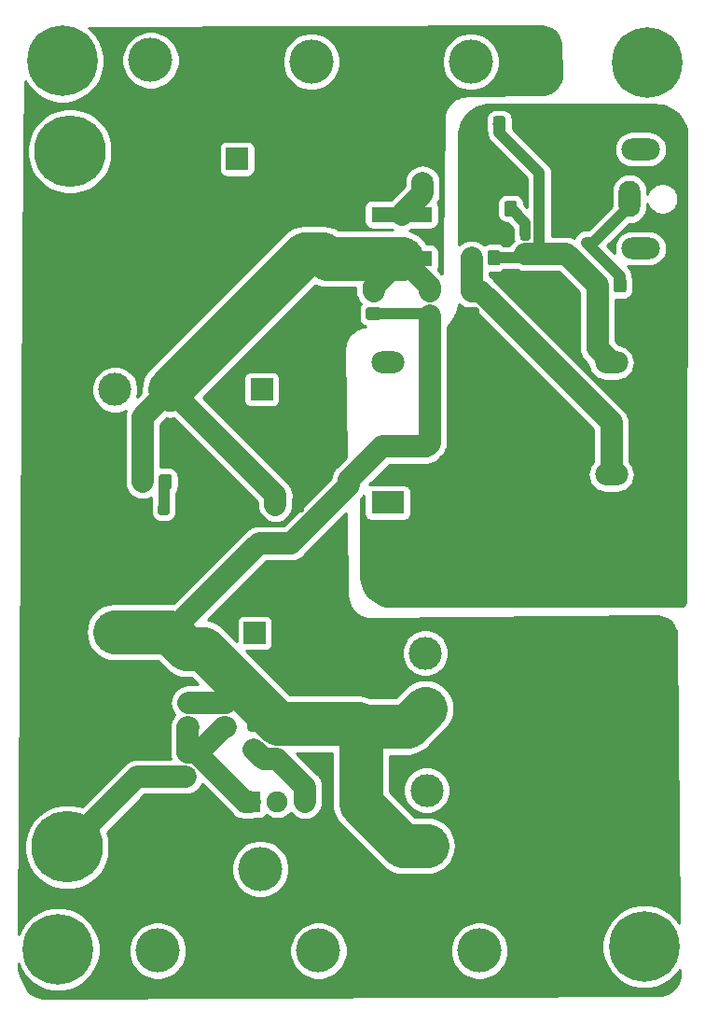
<source format=gbr>
G04 #@! TF.GenerationSoftware,KiCad,Pcbnew,(5.1.0-0)*
G04 #@! TF.CreationDate,2019-05-08T18:24:01-07:00*
G04 #@! TF.ProjectId,power board,706f7765-7220-4626-9f61-72642e6b6963,rev?*
G04 #@! TF.SameCoordinates,Original*
G04 #@! TF.FileFunction,Copper,L1,Top*
G04 #@! TF.FilePolarity,Positive*
%FSLAX46Y46*%
G04 Gerber Fmt 4.6, Leading zero omitted, Abs format (unit mm)*
G04 Created by KiCad (PCBNEW (5.1.0-0)) date 2019-05-08 18:24:01*
%MOMM*%
%LPD*%
G04 APERTURE LIST*
%ADD10R,16.000000X10.000000*%
%ADD11C,3.000000*%
%ADD12C,1.900000*%
%ADD13R,1.900000X1.900000*%
%ADD14C,0.100000*%
%ADD15C,1.150000*%
%ADD16O,3.500000X2.000000*%
%ADD17O,2.000000X3.300000*%
%ADD18R,2.000000X4.000000*%
%ADD19C,0.800000*%
%ADD20C,6.400000*%
%ADD21C,2.000000*%
%ADD22R,2.000000X2.000000*%
%ADD23R,5.500000X1.430000*%
%ADD24C,6.500000*%
%ADD25C,0.950000*%
%ADD26O,3.000000X2.000000*%
%ADD27R,3.000000X2.000000*%
%ADD28C,4.000000*%
%ADD29R,3.800000X3.800000*%
%ADD30C,4.000000*%
%ADD31C,2.000000*%
%ADD32C,1.000000*%
%ADD33C,0.254000*%
G04 APERTURE END LIST*
D10*
X72580500Y-94170500D03*
D11*
X59309000Y-91744800D03*
X59309000Y-96774000D03*
D10*
X72707500Y-106616500D03*
D11*
X59436000Y-104190800D03*
X59436000Y-109220000D03*
D12*
X48387000Y-105219500D03*
X45887000Y-105219500D03*
D13*
X43387000Y-105219500D03*
D14*
G36*
X48101505Y-77596704D02*
G01*
X48125773Y-77600304D01*
X48149572Y-77606265D01*
X48172671Y-77614530D01*
X48194850Y-77625020D01*
X48215893Y-77637632D01*
X48235599Y-77652247D01*
X48253777Y-77668723D01*
X48270253Y-77686901D01*
X48284868Y-77706607D01*
X48297480Y-77727650D01*
X48307970Y-77749829D01*
X48316235Y-77772928D01*
X48322196Y-77796727D01*
X48325796Y-77820995D01*
X48327000Y-77845499D01*
X48327000Y-78745501D01*
X48325796Y-78770005D01*
X48322196Y-78794273D01*
X48316235Y-78818072D01*
X48307970Y-78841171D01*
X48297480Y-78863350D01*
X48284868Y-78884393D01*
X48270253Y-78904099D01*
X48253777Y-78922277D01*
X48235599Y-78938753D01*
X48215893Y-78953368D01*
X48194850Y-78965980D01*
X48172671Y-78976470D01*
X48149572Y-78984735D01*
X48125773Y-78990696D01*
X48101505Y-78994296D01*
X48077001Y-78995500D01*
X47426999Y-78995500D01*
X47402495Y-78994296D01*
X47378227Y-78990696D01*
X47354428Y-78984735D01*
X47331329Y-78976470D01*
X47309150Y-78965980D01*
X47288107Y-78953368D01*
X47268401Y-78938753D01*
X47250223Y-78922277D01*
X47233747Y-78904099D01*
X47219132Y-78884393D01*
X47206520Y-78863350D01*
X47196030Y-78841171D01*
X47187765Y-78818072D01*
X47181804Y-78794273D01*
X47178204Y-78770005D01*
X47177000Y-78745501D01*
X47177000Y-77845499D01*
X47178204Y-77820995D01*
X47181804Y-77796727D01*
X47187765Y-77772928D01*
X47196030Y-77749829D01*
X47206520Y-77727650D01*
X47219132Y-77706607D01*
X47233747Y-77686901D01*
X47250223Y-77668723D01*
X47268401Y-77652247D01*
X47288107Y-77637632D01*
X47309150Y-77625020D01*
X47331329Y-77614530D01*
X47354428Y-77606265D01*
X47378227Y-77600304D01*
X47402495Y-77596704D01*
X47426999Y-77595500D01*
X48077001Y-77595500D01*
X48101505Y-77596704D01*
X48101505Y-77596704D01*
G37*
D15*
X47752000Y-78295500D03*
D14*
G36*
X46051505Y-77596704D02*
G01*
X46075773Y-77600304D01*
X46099572Y-77606265D01*
X46122671Y-77614530D01*
X46144850Y-77625020D01*
X46165893Y-77637632D01*
X46185599Y-77652247D01*
X46203777Y-77668723D01*
X46220253Y-77686901D01*
X46234868Y-77706607D01*
X46247480Y-77727650D01*
X46257970Y-77749829D01*
X46266235Y-77772928D01*
X46272196Y-77796727D01*
X46275796Y-77820995D01*
X46277000Y-77845499D01*
X46277000Y-78745501D01*
X46275796Y-78770005D01*
X46272196Y-78794273D01*
X46266235Y-78818072D01*
X46257970Y-78841171D01*
X46247480Y-78863350D01*
X46234868Y-78884393D01*
X46220253Y-78904099D01*
X46203777Y-78922277D01*
X46185599Y-78938753D01*
X46165893Y-78953368D01*
X46144850Y-78965980D01*
X46122671Y-78976470D01*
X46099572Y-78984735D01*
X46075773Y-78990696D01*
X46051505Y-78994296D01*
X46027001Y-78995500D01*
X45376999Y-78995500D01*
X45352495Y-78994296D01*
X45328227Y-78990696D01*
X45304428Y-78984735D01*
X45281329Y-78976470D01*
X45259150Y-78965980D01*
X45238107Y-78953368D01*
X45218401Y-78938753D01*
X45200223Y-78922277D01*
X45183747Y-78904099D01*
X45169132Y-78884393D01*
X45156520Y-78863350D01*
X45146030Y-78841171D01*
X45137765Y-78818072D01*
X45131804Y-78794273D01*
X45128204Y-78770005D01*
X45127000Y-78745501D01*
X45127000Y-77845499D01*
X45128204Y-77820995D01*
X45131804Y-77796727D01*
X45137765Y-77772928D01*
X45146030Y-77749829D01*
X45156520Y-77727650D01*
X45169132Y-77706607D01*
X45183747Y-77686901D01*
X45200223Y-77668723D01*
X45218401Y-77652247D01*
X45238107Y-77637632D01*
X45259150Y-77625020D01*
X45281329Y-77614530D01*
X45304428Y-77606265D01*
X45328227Y-77600304D01*
X45352495Y-77596704D01*
X45376999Y-77595500D01*
X46027001Y-77595500D01*
X46051505Y-77596704D01*
X46051505Y-77596704D01*
G37*
D15*
X45702000Y-78295500D03*
D16*
X78851000Y-46046000D03*
X78851000Y-55046000D03*
D17*
X77851000Y-50546000D03*
D18*
X71851000Y-50546000D03*
D19*
X81135556Y-36466444D03*
X79438500Y-35763500D03*
X77741444Y-36466444D03*
X77038500Y-38163500D03*
X77741444Y-39860556D03*
X79438500Y-40563500D03*
X81135556Y-39860556D03*
X81838500Y-38163500D03*
D20*
X79438500Y-38163500D03*
D19*
X27668556Y-116920944D03*
X25971500Y-116218000D03*
X24274444Y-116920944D03*
X23571500Y-118618000D03*
X24274444Y-120315056D03*
X25971500Y-121018000D03*
X27668556Y-120315056D03*
X28371500Y-118618000D03*
D20*
X25971500Y-118618000D03*
D19*
X28049556Y-36339444D03*
X26352500Y-35636500D03*
X24655444Y-36339444D03*
X23952500Y-38036500D03*
X24655444Y-39733556D03*
X26352500Y-40436500D03*
X28049556Y-39733556D03*
X28752500Y-38036500D03*
D20*
X26352500Y-38036500D03*
D19*
X80881556Y-116666944D03*
X79184500Y-115964000D03*
X77487444Y-116666944D03*
X76784500Y-118364000D03*
X77487444Y-120061056D03*
X79184500Y-120764000D03*
X80881556Y-120061056D03*
X81584500Y-118364000D03*
D20*
X79184500Y-118364000D03*
D14*
G36*
X77329505Y-57657704D02*
G01*
X77353773Y-57661304D01*
X77377572Y-57667265D01*
X77400671Y-57675530D01*
X77422850Y-57686020D01*
X77443893Y-57698632D01*
X77463599Y-57713247D01*
X77481777Y-57729723D01*
X77498253Y-57747901D01*
X77512868Y-57767607D01*
X77525480Y-57788650D01*
X77535970Y-57810829D01*
X77544235Y-57833928D01*
X77550196Y-57857727D01*
X77553796Y-57881995D01*
X77555000Y-57906499D01*
X77555000Y-58806501D01*
X77553796Y-58831005D01*
X77550196Y-58855273D01*
X77544235Y-58879072D01*
X77535970Y-58902171D01*
X77525480Y-58924350D01*
X77512868Y-58945393D01*
X77498253Y-58965099D01*
X77481777Y-58983277D01*
X77463599Y-58999753D01*
X77443893Y-59014368D01*
X77422850Y-59026980D01*
X77400671Y-59037470D01*
X77377572Y-59045735D01*
X77353773Y-59051696D01*
X77329505Y-59055296D01*
X77305001Y-59056500D01*
X76654999Y-59056500D01*
X76630495Y-59055296D01*
X76606227Y-59051696D01*
X76582428Y-59045735D01*
X76559329Y-59037470D01*
X76537150Y-59026980D01*
X76516107Y-59014368D01*
X76496401Y-58999753D01*
X76478223Y-58983277D01*
X76461747Y-58965099D01*
X76447132Y-58945393D01*
X76434520Y-58924350D01*
X76424030Y-58902171D01*
X76415765Y-58879072D01*
X76409804Y-58855273D01*
X76406204Y-58831005D01*
X76405000Y-58806501D01*
X76405000Y-57906499D01*
X76406204Y-57881995D01*
X76409804Y-57857727D01*
X76415765Y-57833928D01*
X76424030Y-57810829D01*
X76434520Y-57788650D01*
X76447132Y-57767607D01*
X76461747Y-57747901D01*
X76478223Y-57729723D01*
X76496401Y-57713247D01*
X76516107Y-57698632D01*
X76537150Y-57686020D01*
X76559329Y-57675530D01*
X76582428Y-57667265D01*
X76606227Y-57661304D01*
X76630495Y-57657704D01*
X76654999Y-57656500D01*
X77305001Y-57656500D01*
X77329505Y-57657704D01*
X77329505Y-57657704D01*
G37*
D15*
X76980000Y-58356500D03*
D14*
G36*
X75279505Y-57657704D02*
G01*
X75303773Y-57661304D01*
X75327572Y-57667265D01*
X75350671Y-57675530D01*
X75372850Y-57686020D01*
X75393893Y-57698632D01*
X75413599Y-57713247D01*
X75431777Y-57729723D01*
X75448253Y-57747901D01*
X75462868Y-57767607D01*
X75475480Y-57788650D01*
X75485970Y-57810829D01*
X75494235Y-57833928D01*
X75500196Y-57857727D01*
X75503796Y-57881995D01*
X75505000Y-57906499D01*
X75505000Y-58806501D01*
X75503796Y-58831005D01*
X75500196Y-58855273D01*
X75494235Y-58879072D01*
X75485970Y-58902171D01*
X75475480Y-58924350D01*
X75462868Y-58945393D01*
X75448253Y-58965099D01*
X75431777Y-58983277D01*
X75413599Y-58999753D01*
X75393893Y-59014368D01*
X75372850Y-59026980D01*
X75350671Y-59037470D01*
X75327572Y-59045735D01*
X75303773Y-59051696D01*
X75279505Y-59055296D01*
X75255001Y-59056500D01*
X74604999Y-59056500D01*
X74580495Y-59055296D01*
X74556227Y-59051696D01*
X74532428Y-59045735D01*
X74509329Y-59037470D01*
X74487150Y-59026980D01*
X74466107Y-59014368D01*
X74446401Y-58999753D01*
X74428223Y-58983277D01*
X74411747Y-58965099D01*
X74397132Y-58945393D01*
X74384520Y-58924350D01*
X74374030Y-58902171D01*
X74365765Y-58879072D01*
X74359804Y-58855273D01*
X74356204Y-58831005D01*
X74355000Y-58806501D01*
X74355000Y-57906499D01*
X74356204Y-57881995D01*
X74359804Y-57857727D01*
X74365765Y-57833928D01*
X74374030Y-57810829D01*
X74384520Y-57788650D01*
X74397132Y-57767607D01*
X74411747Y-57747901D01*
X74428223Y-57729723D01*
X74446401Y-57713247D01*
X74466107Y-57698632D01*
X74487150Y-57686020D01*
X74509329Y-57675530D01*
X74532428Y-57667265D01*
X74556227Y-57661304D01*
X74580495Y-57657704D01*
X74604999Y-57656500D01*
X75255001Y-57656500D01*
X75279505Y-57657704D01*
X75279505Y-57657704D01*
G37*
D15*
X74930000Y-58356500D03*
D14*
G36*
X68421505Y-43052704D02*
G01*
X68445773Y-43056304D01*
X68469572Y-43062265D01*
X68492671Y-43070530D01*
X68514850Y-43081020D01*
X68535893Y-43093632D01*
X68555599Y-43108247D01*
X68573777Y-43124723D01*
X68590253Y-43142901D01*
X68604868Y-43162607D01*
X68617480Y-43183650D01*
X68627970Y-43205829D01*
X68636235Y-43228928D01*
X68642196Y-43252727D01*
X68645796Y-43276995D01*
X68647000Y-43301499D01*
X68647000Y-44201501D01*
X68645796Y-44226005D01*
X68642196Y-44250273D01*
X68636235Y-44274072D01*
X68627970Y-44297171D01*
X68617480Y-44319350D01*
X68604868Y-44340393D01*
X68590253Y-44360099D01*
X68573777Y-44378277D01*
X68555599Y-44394753D01*
X68535893Y-44409368D01*
X68514850Y-44421980D01*
X68492671Y-44432470D01*
X68469572Y-44440735D01*
X68445773Y-44446696D01*
X68421505Y-44450296D01*
X68397001Y-44451500D01*
X67746999Y-44451500D01*
X67722495Y-44450296D01*
X67698227Y-44446696D01*
X67674428Y-44440735D01*
X67651329Y-44432470D01*
X67629150Y-44421980D01*
X67608107Y-44409368D01*
X67588401Y-44394753D01*
X67570223Y-44378277D01*
X67553747Y-44360099D01*
X67539132Y-44340393D01*
X67526520Y-44319350D01*
X67516030Y-44297171D01*
X67507765Y-44274072D01*
X67501804Y-44250273D01*
X67498204Y-44226005D01*
X67497000Y-44201501D01*
X67497000Y-43301499D01*
X67498204Y-43276995D01*
X67501804Y-43252727D01*
X67507765Y-43228928D01*
X67516030Y-43205829D01*
X67526520Y-43183650D01*
X67539132Y-43162607D01*
X67553747Y-43142901D01*
X67570223Y-43124723D01*
X67588401Y-43108247D01*
X67608107Y-43093632D01*
X67629150Y-43081020D01*
X67651329Y-43070530D01*
X67674428Y-43062265D01*
X67698227Y-43056304D01*
X67722495Y-43052704D01*
X67746999Y-43051500D01*
X68397001Y-43051500D01*
X68421505Y-43052704D01*
X68421505Y-43052704D01*
G37*
D15*
X68072000Y-43751500D03*
D14*
G36*
X66371505Y-43052704D02*
G01*
X66395773Y-43056304D01*
X66419572Y-43062265D01*
X66442671Y-43070530D01*
X66464850Y-43081020D01*
X66485893Y-43093632D01*
X66505599Y-43108247D01*
X66523777Y-43124723D01*
X66540253Y-43142901D01*
X66554868Y-43162607D01*
X66567480Y-43183650D01*
X66577970Y-43205829D01*
X66586235Y-43228928D01*
X66592196Y-43252727D01*
X66595796Y-43276995D01*
X66597000Y-43301499D01*
X66597000Y-44201501D01*
X66595796Y-44226005D01*
X66592196Y-44250273D01*
X66586235Y-44274072D01*
X66577970Y-44297171D01*
X66567480Y-44319350D01*
X66554868Y-44340393D01*
X66540253Y-44360099D01*
X66523777Y-44378277D01*
X66505599Y-44394753D01*
X66485893Y-44409368D01*
X66464850Y-44421980D01*
X66442671Y-44432470D01*
X66419572Y-44440735D01*
X66395773Y-44446696D01*
X66371505Y-44450296D01*
X66347001Y-44451500D01*
X65696999Y-44451500D01*
X65672495Y-44450296D01*
X65648227Y-44446696D01*
X65624428Y-44440735D01*
X65601329Y-44432470D01*
X65579150Y-44421980D01*
X65558107Y-44409368D01*
X65538401Y-44394753D01*
X65520223Y-44378277D01*
X65503747Y-44360099D01*
X65489132Y-44340393D01*
X65476520Y-44319350D01*
X65466030Y-44297171D01*
X65457765Y-44274072D01*
X65451804Y-44250273D01*
X65448204Y-44226005D01*
X65447000Y-44201501D01*
X65447000Y-43301499D01*
X65448204Y-43276995D01*
X65451804Y-43252727D01*
X65457765Y-43228928D01*
X65466030Y-43205829D01*
X65476520Y-43183650D01*
X65489132Y-43162607D01*
X65503747Y-43142901D01*
X65520223Y-43124723D01*
X65538401Y-43108247D01*
X65558107Y-43093632D01*
X65579150Y-43081020D01*
X65601329Y-43070530D01*
X65624428Y-43062265D01*
X65648227Y-43056304D01*
X65672495Y-43052704D01*
X65696999Y-43051500D01*
X66347001Y-43051500D01*
X66371505Y-43052704D01*
X66371505Y-43052704D01*
G37*
D15*
X66022000Y-43751500D03*
D14*
G36*
X44353005Y-99756204D02*
G01*
X44377273Y-99759804D01*
X44401072Y-99765765D01*
X44424171Y-99774030D01*
X44446350Y-99784520D01*
X44467393Y-99797132D01*
X44487099Y-99811747D01*
X44505277Y-99828223D01*
X44521753Y-99846401D01*
X44536368Y-99866107D01*
X44548980Y-99887150D01*
X44559470Y-99909329D01*
X44567735Y-99932428D01*
X44573696Y-99956227D01*
X44577296Y-99980495D01*
X44578500Y-100004999D01*
X44578500Y-100655001D01*
X44577296Y-100679505D01*
X44573696Y-100703773D01*
X44567735Y-100727572D01*
X44559470Y-100750671D01*
X44548980Y-100772850D01*
X44536368Y-100793893D01*
X44521753Y-100813599D01*
X44505277Y-100831777D01*
X44487099Y-100848253D01*
X44467393Y-100862868D01*
X44446350Y-100875480D01*
X44424171Y-100885970D01*
X44401072Y-100894235D01*
X44377273Y-100900196D01*
X44353005Y-100903796D01*
X44328501Y-100905000D01*
X43428499Y-100905000D01*
X43403995Y-100903796D01*
X43379727Y-100900196D01*
X43355928Y-100894235D01*
X43332829Y-100885970D01*
X43310650Y-100875480D01*
X43289607Y-100862868D01*
X43269901Y-100848253D01*
X43251723Y-100831777D01*
X43235247Y-100813599D01*
X43220632Y-100793893D01*
X43208020Y-100772850D01*
X43197530Y-100750671D01*
X43189265Y-100727572D01*
X43183304Y-100703773D01*
X43179704Y-100679505D01*
X43178500Y-100655001D01*
X43178500Y-100004999D01*
X43179704Y-99980495D01*
X43183304Y-99956227D01*
X43189265Y-99932428D01*
X43197530Y-99909329D01*
X43208020Y-99887150D01*
X43220632Y-99866107D01*
X43235247Y-99846401D01*
X43251723Y-99828223D01*
X43269901Y-99811747D01*
X43289607Y-99797132D01*
X43310650Y-99784520D01*
X43332829Y-99774030D01*
X43355928Y-99765765D01*
X43379727Y-99759804D01*
X43403995Y-99756204D01*
X43428499Y-99755000D01*
X44328501Y-99755000D01*
X44353005Y-99756204D01*
X44353005Y-99756204D01*
G37*
D15*
X43878500Y-100330000D03*
D14*
G36*
X44353005Y-97706204D02*
G01*
X44377273Y-97709804D01*
X44401072Y-97715765D01*
X44424171Y-97724030D01*
X44446350Y-97734520D01*
X44467393Y-97747132D01*
X44487099Y-97761747D01*
X44505277Y-97778223D01*
X44521753Y-97796401D01*
X44536368Y-97816107D01*
X44548980Y-97837150D01*
X44559470Y-97859329D01*
X44567735Y-97882428D01*
X44573696Y-97906227D01*
X44577296Y-97930495D01*
X44578500Y-97954999D01*
X44578500Y-98605001D01*
X44577296Y-98629505D01*
X44573696Y-98653773D01*
X44567735Y-98677572D01*
X44559470Y-98700671D01*
X44548980Y-98722850D01*
X44536368Y-98743893D01*
X44521753Y-98763599D01*
X44505277Y-98781777D01*
X44487099Y-98798253D01*
X44467393Y-98812868D01*
X44446350Y-98825480D01*
X44424171Y-98835970D01*
X44401072Y-98844235D01*
X44377273Y-98850196D01*
X44353005Y-98853796D01*
X44328501Y-98855000D01*
X43428499Y-98855000D01*
X43403995Y-98853796D01*
X43379727Y-98850196D01*
X43355928Y-98844235D01*
X43332829Y-98835970D01*
X43310650Y-98825480D01*
X43289607Y-98812868D01*
X43269901Y-98798253D01*
X43251723Y-98781777D01*
X43235247Y-98763599D01*
X43220632Y-98743893D01*
X43208020Y-98722850D01*
X43197530Y-98700671D01*
X43189265Y-98677572D01*
X43183304Y-98653773D01*
X43179704Y-98629505D01*
X43178500Y-98605001D01*
X43178500Y-97954999D01*
X43179704Y-97930495D01*
X43183304Y-97906227D01*
X43189265Y-97882428D01*
X43197530Y-97859329D01*
X43208020Y-97837150D01*
X43220632Y-97816107D01*
X43235247Y-97796401D01*
X43251723Y-97778223D01*
X43269901Y-97761747D01*
X43289607Y-97747132D01*
X43310650Y-97734520D01*
X43332829Y-97724030D01*
X43355928Y-97715765D01*
X43379727Y-97709804D01*
X43403995Y-97706204D01*
X43428499Y-97705000D01*
X44328501Y-97705000D01*
X44353005Y-97706204D01*
X44353005Y-97706204D01*
G37*
D15*
X43878500Y-98280000D03*
D21*
X47227500Y-46926500D03*
D22*
X42227500Y-46926500D03*
D11*
X36131500Y-89857000D03*
X31131500Y-89857000D03*
X31131500Y-67857000D03*
X36131500Y-67857000D03*
D23*
X57150000Y-51955000D03*
X57150000Y-55995000D03*
D14*
G36*
X67414505Y-50736204D02*
G01*
X67438773Y-50739804D01*
X67462572Y-50745765D01*
X67485671Y-50754030D01*
X67507850Y-50764520D01*
X67528893Y-50777132D01*
X67548599Y-50791747D01*
X67566777Y-50808223D01*
X67583253Y-50826401D01*
X67597868Y-50846107D01*
X67610480Y-50867150D01*
X67620970Y-50889329D01*
X67629235Y-50912428D01*
X67635196Y-50936227D01*
X67638796Y-50960495D01*
X67640000Y-50984999D01*
X67640000Y-51885001D01*
X67638796Y-51909505D01*
X67635196Y-51933773D01*
X67629235Y-51957572D01*
X67620970Y-51980671D01*
X67610480Y-52002850D01*
X67597868Y-52023893D01*
X67583253Y-52043599D01*
X67566777Y-52061777D01*
X67548599Y-52078253D01*
X67528893Y-52092868D01*
X67507850Y-52105480D01*
X67485671Y-52115970D01*
X67462572Y-52124235D01*
X67438773Y-52130196D01*
X67414505Y-52133796D01*
X67390001Y-52135000D01*
X66739999Y-52135000D01*
X66715495Y-52133796D01*
X66691227Y-52130196D01*
X66667428Y-52124235D01*
X66644329Y-52115970D01*
X66622150Y-52105480D01*
X66601107Y-52092868D01*
X66581401Y-52078253D01*
X66563223Y-52061777D01*
X66546747Y-52043599D01*
X66532132Y-52023893D01*
X66519520Y-52002850D01*
X66509030Y-51980671D01*
X66500765Y-51957572D01*
X66494804Y-51933773D01*
X66491204Y-51909505D01*
X66490000Y-51885001D01*
X66490000Y-50984999D01*
X66491204Y-50960495D01*
X66494804Y-50936227D01*
X66500765Y-50912428D01*
X66509030Y-50889329D01*
X66519520Y-50867150D01*
X66532132Y-50846107D01*
X66546747Y-50826401D01*
X66563223Y-50808223D01*
X66581401Y-50791747D01*
X66601107Y-50777132D01*
X66622150Y-50764520D01*
X66644329Y-50754030D01*
X66667428Y-50745765D01*
X66691227Y-50739804D01*
X66715495Y-50736204D01*
X66739999Y-50735000D01*
X67390001Y-50735000D01*
X67414505Y-50736204D01*
X67414505Y-50736204D01*
G37*
D15*
X67065000Y-51435000D03*
D14*
G36*
X65364505Y-50736204D02*
G01*
X65388773Y-50739804D01*
X65412572Y-50745765D01*
X65435671Y-50754030D01*
X65457850Y-50764520D01*
X65478893Y-50777132D01*
X65498599Y-50791747D01*
X65516777Y-50808223D01*
X65533253Y-50826401D01*
X65547868Y-50846107D01*
X65560480Y-50867150D01*
X65570970Y-50889329D01*
X65579235Y-50912428D01*
X65585196Y-50936227D01*
X65588796Y-50960495D01*
X65590000Y-50984999D01*
X65590000Y-51885001D01*
X65588796Y-51909505D01*
X65585196Y-51933773D01*
X65579235Y-51957572D01*
X65570970Y-51980671D01*
X65560480Y-52002850D01*
X65547868Y-52023893D01*
X65533253Y-52043599D01*
X65516777Y-52061777D01*
X65498599Y-52078253D01*
X65478893Y-52092868D01*
X65457850Y-52105480D01*
X65435671Y-52115970D01*
X65412572Y-52124235D01*
X65388773Y-52130196D01*
X65364505Y-52133796D01*
X65340001Y-52135000D01*
X64689999Y-52135000D01*
X64665495Y-52133796D01*
X64641227Y-52130196D01*
X64617428Y-52124235D01*
X64594329Y-52115970D01*
X64572150Y-52105480D01*
X64551107Y-52092868D01*
X64531401Y-52078253D01*
X64513223Y-52061777D01*
X64496747Y-52043599D01*
X64482132Y-52023893D01*
X64469520Y-52002850D01*
X64459030Y-51980671D01*
X64450765Y-51957572D01*
X64444804Y-51933773D01*
X64441204Y-51909505D01*
X64440000Y-51885001D01*
X64440000Y-50984999D01*
X64441204Y-50960495D01*
X64444804Y-50936227D01*
X64450765Y-50912428D01*
X64459030Y-50889329D01*
X64469520Y-50867150D01*
X64482132Y-50846107D01*
X64496747Y-50826401D01*
X64513223Y-50808223D01*
X64531401Y-50791747D01*
X64551107Y-50777132D01*
X64572150Y-50764520D01*
X64594329Y-50754030D01*
X64617428Y-50745765D01*
X64641227Y-50739804D01*
X64665495Y-50736204D01*
X64689999Y-50735000D01*
X65340001Y-50735000D01*
X65364505Y-50736204D01*
X65364505Y-50736204D01*
G37*
D15*
X65015000Y-51435000D03*
D24*
X27051000Y-46228000D03*
X34001000Y-46228000D03*
D14*
G36*
X68650279Y-53274644D02*
G01*
X68673334Y-53278063D01*
X68695943Y-53283727D01*
X68717887Y-53291579D01*
X68738957Y-53301544D01*
X68758948Y-53313526D01*
X68777668Y-53327410D01*
X68794938Y-53343062D01*
X68810590Y-53360332D01*
X68824474Y-53379052D01*
X68836456Y-53399043D01*
X68846421Y-53420113D01*
X68854273Y-53442057D01*
X68859937Y-53464666D01*
X68863356Y-53487721D01*
X68864500Y-53511000D01*
X68864500Y-54086000D01*
X68863356Y-54109279D01*
X68859937Y-54132334D01*
X68854273Y-54154943D01*
X68846421Y-54176887D01*
X68836456Y-54197957D01*
X68824474Y-54217948D01*
X68810590Y-54236668D01*
X68794938Y-54253938D01*
X68777668Y-54269590D01*
X68758948Y-54283474D01*
X68738957Y-54295456D01*
X68717887Y-54305421D01*
X68695943Y-54313273D01*
X68673334Y-54318937D01*
X68650279Y-54322356D01*
X68627000Y-54323500D01*
X68152000Y-54323500D01*
X68128721Y-54322356D01*
X68105666Y-54318937D01*
X68083057Y-54313273D01*
X68061113Y-54305421D01*
X68040043Y-54295456D01*
X68020052Y-54283474D01*
X68001332Y-54269590D01*
X67984062Y-54253938D01*
X67968410Y-54236668D01*
X67954526Y-54217948D01*
X67942544Y-54197957D01*
X67932579Y-54176887D01*
X67924727Y-54154943D01*
X67919063Y-54132334D01*
X67915644Y-54109279D01*
X67914500Y-54086000D01*
X67914500Y-53511000D01*
X67915644Y-53487721D01*
X67919063Y-53464666D01*
X67924727Y-53442057D01*
X67932579Y-53420113D01*
X67942544Y-53399043D01*
X67954526Y-53379052D01*
X67968410Y-53360332D01*
X67984062Y-53343062D01*
X68001332Y-53327410D01*
X68020052Y-53313526D01*
X68040043Y-53301544D01*
X68061113Y-53291579D01*
X68083057Y-53283727D01*
X68105666Y-53278063D01*
X68128721Y-53274644D01*
X68152000Y-53273500D01*
X68627000Y-53273500D01*
X68650279Y-53274644D01*
X68650279Y-53274644D01*
G37*
D25*
X68389500Y-53798500D03*
D14*
G36*
X68650279Y-55024644D02*
G01*
X68673334Y-55028063D01*
X68695943Y-55033727D01*
X68717887Y-55041579D01*
X68738957Y-55051544D01*
X68758948Y-55063526D01*
X68777668Y-55077410D01*
X68794938Y-55093062D01*
X68810590Y-55110332D01*
X68824474Y-55129052D01*
X68836456Y-55149043D01*
X68846421Y-55170113D01*
X68854273Y-55192057D01*
X68859937Y-55214666D01*
X68863356Y-55237721D01*
X68864500Y-55261000D01*
X68864500Y-55836000D01*
X68863356Y-55859279D01*
X68859937Y-55882334D01*
X68854273Y-55904943D01*
X68846421Y-55926887D01*
X68836456Y-55947957D01*
X68824474Y-55967948D01*
X68810590Y-55986668D01*
X68794938Y-56003938D01*
X68777668Y-56019590D01*
X68758948Y-56033474D01*
X68738957Y-56045456D01*
X68717887Y-56055421D01*
X68695943Y-56063273D01*
X68673334Y-56068937D01*
X68650279Y-56072356D01*
X68627000Y-56073500D01*
X68152000Y-56073500D01*
X68128721Y-56072356D01*
X68105666Y-56068937D01*
X68083057Y-56063273D01*
X68061113Y-56055421D01*
X68040043Y-56045456D01*
X68020052Y-56033474D01*
X68001332Y-56019590D01*
X67984062Y-56003938D01*
X67968410Y-55986668D01*
X67954526Y-55967948D01*
X67942544Y-55947957D01*
X67932579Y-55926887D01*
X67924727Y-55904943D01*
X67919063Y-55882334D01*
X67915644Y-55859279D01*
X67914500Y-55836000D01*
X67914500Y-55261000D01*
X67915644Y-55237721D01*
X67919063Y-55214666D01*
X67924727Y-55192057D01*
X67932579Y-55170113D01*
X67942544Y-55149043D01*
X67954526Y-55129052D01*
X67968410Y-55110332D01*
X67984062Y-55093062D01*
X68001332Y-55077410D01*
X68020052Y-55063526D01*
X68040043Y-55051544D01*
X68061113Y-55041579D01*
X68083057Y-55033727D01*
X68105666Y-55028063D01*
X68128721Y-55024644D01*
X68152000Y-55023500D01*
X68627000Y-55023500D01*
X68650279Y-55024644D01*
X68650279Y-55024644D01*
G37*
D25*
X68389500Y-55548500D03*
D26*
X55880000Y-65405000D03*
X76200000Y-75565000D03*
D27*
X55880000Y-78105000D03*
D26*
X55880000Y-73025000D03*
X76200000Y-85725000D03*
X76200000Y-65405000D03*
D14*
G36*
X63974505Y-60386204D02*
G01*
X63998773Y-60389804D01*
X64022572Y-60395765D01*
X64045671Y-60404030D01*
X64067850Y-60414520D01*
X64088893Y-60427132D01*
X64108599Y-60441747D01*
X64126777Y-60458223D01*
X64143253Y-60476401D01*
X64157868Y-60496107D01*
X64170480Y-60517150D01*
X64180970Y-60539329D01*
X64189235Y-60562428D01*
X64195196Y-60586227D01*
X64198796Y-60610495D01*
X64200000Y-60634999D01*
X64200000Y-61285001D01*
X64198796Y-61309505D01*
X64195196Y-61333773D01*
X64189235Y-61357572D01*
X64180970Y-61380671D01*
X64170480Y-61402850D01*
X64157868Y-61423893D01*
X64143253Y-61443599D01*
X64126777Y-61461777D01*
X64108599Y-61478253D01*
X64088893Y-61492868D01*
X64067850Y-61505480D01*
X64045671Y-61515970D01*
X64022572Y-61524235D01*
X63998773Y-61530196D01*
X63974505Y-61533796D01*
X63950001Y-61535000D01*
X63049999Y-61535000D01*
X63025495Y-61533796D01*
X63001227Y-61530196D01*
X62977428Y-61524235D01*
X62954329Y-61515970D01*
X62932150Y-61505480D01*
X62911107Y-61492868D01*
X62891401Y-61478253D01*
X62873223Y-61461777D01*
X62856747Y-61443599D01*
X62842132Y-61423893D01*
X62829520Y-61402850D01*
X62819030Y-61380671D01*
X62810765Y-61357572D01*
X62804804Y-61333773D01*
X62801204Y-61309505D01*
X62800000Y-61285001D01*
X62800000Y-60634999D01*
X62801204Y-60610495D01*
X62804804Y-60586227D01*
X62810765Y-60562428D01*
X62819030Y-60539329D01*
X62829520Y-60517150D01*
X62842132Y-60496107D01*
X62856747Y-60476401D01*
X62873223Y-60458223D01*
X62891401Y-60441747D01*
X62911107Y-60427132D01*
X62932150Y-60414520D01*
X62954329Y-60404030D01*
X62977428Y-60395765D01*
X63001227Y-60389804D01*
X63025495Y-60386204D01*
X63049999Y-60385000D01*
X63950001Y-60385000D01*
X63974505Y-60386204D01*
X63974505Y-60386204D01*
G37*
D15*
X63500000Y-60960000D03*
D14*
G36*
X63974505Y-58336204D02*
G01*
X63998773Y-58339804D01*
X64022572Y-58345765D01*
X64045671Y-58354030D01*
X64067850Y-58364520D01*
X64088893Y-58377132D01*
X64108599Y-58391747D01*
X64126777Y-58408223D01*
X64143253Y-58426401D01*
X64157868Y-58446107D01*
X64170480Y-58467150D01*
X64180970Y-58489329D01*
X64189235Y-58512428D01*
X64195196Y-58536227D01*
X64198796Y-58560495D01*
X64200000Y-58584999D01*
X64200000Y-59235001D01*
X64198796Y-59259505D01*
X64195196Y-59283773D01*
X64189235Y-59307572D01*
X64180970Y-59330671D01*
X64170480Y-59352850D01*
X64157868Y-59373893D01*
X64143253Y-59393599D01*
X64126777Y-59411777D01*
X64108599Y-59428253D01*
X64088893Y-59442868D01*
X64067850Y-59455480D01*
X64045671Y-59465970D01*
X64022572Y-59474235D01*
X63998773Y-59480196D01*
X63974505Y-59483796D01*
X63950001Y-59485000D01*
X63049999Y-59485000D01*
X63025495Y-59483796D01*
X63001227Y-59480196D01*
X62977428Y-59474235D01*
X62954329Y-59465970D01*
X62932150Y-59455480D01*
X62911107Y-59442868D01*
X62891401Y-59428253D01*
X62873223Y-59411777D01*
X62856747Y-59393599D01*
X62842132Y-59373893D01*
X62829520Y-59352850D01*
X62819030Y-59330671D01*
X62810765Y-59307572D01*
X62804804Y-59283773D01*
X62801204Y-59259505D01*
X62800000Y-59235001D01*
X62800000Y-58584999D01*
X62801204Y-58560495D01*
X62804804Y-58536227D01*
X62810765Y-58512428D01*
X62819030Y-58489329D01*
X62829520Y-58467150D01*
X62842132Y-58446107D01*
X62856747Y-58426401D01*
X62873223Y-58408223D01*
X62891401Y-58391747D01*
X62911107Y-58377132D01*
X62932150Y-58364520D01*
X62954329Y-58354030D01*
X62977428Y-58345765D01*
X63001227Y-58339804D01*
X63025495Y-58336204D01*
X63049999Y-58335000D01*
X63950001Y-58335000D01*
X63974505Y-58336204D01*
X63974505Y-58336204D01*
G37*
D15*
X63500000Y-58910000D03*
D14*
G36*
X65899505Y-55181204D02*
G01*
X65923773Y-55184804D01*
X65947572Y-55190765D01*
X65970671Y-55199030D01*
X65992850Y-55209520D01*
X66013893Y-55222132D01*
X66033599Y-55236747D01*
X66051777Y-55253223D01*
X66068253Y-55271401D01*
X66082868Y-55291107D01*
X66095480Y-55312150D01*
X66105970Y-55334329D01*
X66114235Y-55357428D01*
X66120196Y-55381227D01*
X66123796Y-55405495D01*
X66125000Y-55429999D01*
X66125000Y-56330001D01*
X66123796Y-56354505D01*
X66120196Y-56378773D01*
X66114235Y-56402572D01*
X66105970Y-56425671D01*
X66095480Y-56447850D01*
X66082868Y-56468893D01*
X66068253Y-56488599D01*
X66051777Y-56506777D01*
X66033599Y-56523253D01*
X66013893Y-56537868D01*
X65992850Y-56550480D01*
X65970671Y-56560970D01*
X65947572Y-56569235D01*
X65923773Y-56575196D01*
X65899505Y-56578796D01*
X65875001Y-56580000D01*
X65224999Y-56580000D01*
X65200495Y-56578796D01*
X65176227Y-56575196D01*
X65152428Y-56569235D01*
X65129329Y-56560970D01*
X65107150Y-56550480D01*
X65086107Y-56537868D01*
X65066401Y-56523253D01*
X65048223Y-56506777D01*
X65031747Y-56488599D01*
X65017132Y-56468893D01*
X65004520Y-56447850D01*
X64994030Y-56425671D01*
X64985765Y-56402572D01*
X64979804Y-56378773D01*
X64976204Y-56354505D01*
X64975000Y-56330001D01*
X64975000Y-55429999D01*
X64976204Y-55405495D01*
X64979804Y-55381227D01*
X64985765Y-55357428D01*
X64994030Y-55334329D01*
X65004520Y-55312150D01*
X65017132Y-55291107D01*
X65031747Y-55271401D01*
X65048223Y-55253223D01*
X65066401Y-55236747D01*
X65086107Y-55222132D01*
X65107150Y-55209520D01*
X65129329Y-55199030D01*
X65152428Y-55190765D01*
X65176227Y-55184804D01*
X65200495Y-55181204D01*
X65224999Y-55180000D01*
X65875001Y-55180000D01*
X65899505Y-55181204D01*
X65899505Y-55181204D01*
G37*
D15*
X65550000Y-55880000D03*
D14*
G36*
X63849505Y-55181204D02*
G01*
X63873773Y-55184804D01*
X63897572Y-55190765D01*
X63920671Y-55199030D01*
X63942850Y-55209520D01*
X63963893Y-55222132D01*
X63983599Y-55236747D01*
X64001777Y-55253223D01*
X64018253Y-55271401D01*
X64032868Y-55291107D01*
X64045480Y-55312150D01*
X64055970Y-55334329D01*
X64064235Y-55357428D01*
X64070196Y-55381227D01*
X64073796Y-55405495D01*
X64075000Y-55429999D01*
X64075000Y-56330001D01*
X64073796Y-56354505D01*
X64070196Y-56378773D01*
X64064235Y-56402572D01*
X64055970Y-56425671D01*
X64045480Y-56447850D01*
X64032868Y-56468893D01*
X64018253Y-56488599D01*
X64001777Y-56506777D01*
X63983599Y-56523253D01*
X63963893Y-56537868D01*
X63942850Y-56550480D01*
X63920671Y-56560970D01*
X63897572Y-56569235D01*
X63873773Y-56575196D01*
X63849505Y-56578796D01*
X63825001Y-56580000D01*
X63174999Y-56580000D01*
X63150495Y-56578796D01*
X63126227Y-56575196D01*
X63102428Y-56569235D01*
X63079329Y-56560970D01*
X63057150Y-56550480D01*
X63036107Y-56537868D01*
X63016401Y-56523253D01*
X62998223Y-56506777D01*
X62981747Y-56488599D01*
X62967132Y-56468893D01*
X62954520Y-56447850D01*
X62944030Y-56425671D01*
X62935765Y-56402572D01*
X62929804Y-56378773D01*
X62926204Y-56354505D01*
X62925000Y-56330001D01*
X62925000Y-55429999D01*
X62926204Y-55405495D01*
X62929804Y-55381227D01*
X62935765Y-55357428D01*
X62944030Y-55334329D01*
X62954520Y-55312150D01*
X62967132Y-55291107D01*
X62981747Y-55271401D01*
X62998223Y-55253223D01*
X63016401Y-55236747D01*
X63036107Y-55222132D01*
X63057150Y-55209520D01*
X63079329Y-55199030D01*
X63102428Y-55190765D01*
X63126227Y-55184804D01*
X63150495Y-55181204D01*
X63174999Y-55180000D01*
X63825001Y-55180000D01*
X63849505Y-55181204D01*
X63849505Y-55181204D01*
G37*
D15*
X63500000Y-55880000D03*
D14*
G36*
X35870779Y-78266144D02*
G01*
X35893834Y-78269563D01*
X35916443Y-78275227D01*
X35938387Y-78283079D01*
X35959457Y-78293044D01*
X35979448Y-78305026D01*
X35998168Y-78318910D01*
X36015438Y-78334562D01*
X36031090Y-78351832D01*
X36044974Y-78370552D01*
X36056956Y-78390543D01*
X36066921Y-78411613D01*
X36074773Y-78433557D01*
X36080437Y-78456166D01*
X36083856Y-78479221D01*
X36085000Y-78502500D01*
X36085000Y-78977500D01*
X36083856Y-79000779D01*
X36080437Y-79023834D01*
X36074773Y-79046443D01*
X36066921Y-79068387D01*
X36056956Y-79089457D01*
X36044974Y-79109448D01*
X36031090Y-79128168D01*
X36015438Y-79145438D01*
X35998168Y-79161090D01*
X35979448Y-79174974D01*
X35959457Y-79186956D01*
X35938387Y-79196921D01*
X35916443Y-79204773D01*
X35893834Y-79210437D01*
X35870779Y-79213856D01*
X35847500Y-79215000D01*
X35272500Y-79215000D01*
X35249221Y-79213856D01*
X35226166Y-79210437D01*
X35203557Y-79204773D01*
X35181613Y-79196921D01*
X35160543Y-79186956D01*
X35140552Y-79174974D01*
X35121832Y-79161090D01*
X35104562Y-79145438D01*
X35088910Y-79128168D01*
X35075026Y-79109448D01*
X35063044Y-79089457D01*
X35053079Y-79068387D01*
X35045227Y-79046443D01*
X35039563Y-79023834D01*
X35036144Y-79000779D01*
X35035000Y-78977500D01*
X35035000Y-78502500D01*
X35036144Y-78479221D01*
X35039563Y-78456166D01*
X35045227Y-78433557D01*
X35053079Y-78411613D01*
X35063044Y-78390543D01*
X35075026Y-78370552D01*
X35088910Y-78351832D01*
X35104562Y-78334562D01*
X35121832Y-78318910D01*
X35140552Y-78305026D01*
X35160543Y-78293044D01*
X35181613Y-78283079D01*
X35203557Y-78275227D01*
X35226166Y-78269563D01*
X35249221Y-78266144D01*
X35272500Y-78265000D01*
X35847500Y-78265000D01*
X35870779Y-78266144D01*
X35870779Y-78266144D01*
G37*
D25*
X35560000Y-78740000D03*
D14*
G36*
X34120779Y-78266144D02*
G01*
X34143834Y-78269563D01*
X34166443Y-78275227D01*
X34188387Y-78283079D01*
X34209457Y-78293044D01*
X34229448Y-78305026D01*
X34248168Y-78318910D01*
X34265438Y-78334562D01*
X34281090Y-78351832D01*
X34294974Y-78370552D01*
X34306956Y-78390543D01*
X34316921Y-78411613D01*
X34324773Y-78433557D01*
X34330437Y-78456166D01*
X34333856Y-78479221D01*
X34335000Y-78502500D01*
X34335000Y-78977500D01*
X34333856Y-79000779D01*
X34330437Y-79023834D01*
X34324773Y-79046443D01*
X34316921Y-79068387D01*
X34306956Y-79089457D01*
X34294974Y-79109448D01*
X34281090Y-79128168D01*
X34265438Y-79145438D01*
X34248168Y-79161090D01*
X34229448Y-79174974D01*
X34209457Y-79186956D01*
X34188387Y-79196921D01*
X34166443Y-79204773D01*
X34143834Y-79210437D01*
X34120779Y-79213856D01*
X34097500Y-79215000D01*
X33522500Y-79215000D01*
X33499221Y-79213856D01*
X33476166Y-79210437D01*
X33453557Y-79204773D01*
X33431613Y-79196921D01*
X33410543Y-79186956D01*
X33390552Y-79174974D01*
X33371832Y-79161090D01*
X33354562Y-79145438D01*
X33338910Y-79128168D01*
X33325026Y-79109448D01*
X33313044Y-79089457D01*
X33303079Y-79068387D01*
X33295227Y-79046443D01*
X33289563Y-79023834D01*
X33286144Y-79000779D01*
X33285000Y-78977500D01*
X33285000Y-78502500D01*
X33286144Y-78479221D01*
X33289563Y-78456166D01*
X33295227Y-78433557D01*
X33303079Y-78411613D01*
X33313044Y-78390543D01*
X33325026Y-78370552D01*
X33338910Y-78351832D01*
X33354562Y-78334562D01*
X33371832Y-78318910D01*
X33390552Y-78305026D01*
X33410543Y-78293044D01*
X33431613Y-78283079D01*
X33453557Y-78275227D01*
X33476166Y-78269563D01*
X33499221Y-78266144D01*
X33522500Y-78265000D01*
X34097500Y-78265000D01*
X34120779Y-78266144D01*
X34120779Y-78266144D01*
G37*
D25*
X33810000Y-78740000D03*
D14*
G36*
X36054505Y-75501204D02*
G01*
X36078773Y-75504804D01*
X36102572Y-75510765D01*
X36125671Y-75519030D01*
X36147850Y-75529520D01*
X36168893Y-75542132D01*
X36188599Y-75556747D01*
X36206777Y-75573223D01*
X36223253Y-75591401D01*
X36237868Y-75611107D01*
X36250480Y-75632150D01*
X36260970Y-75654329D01*
X36269235Y-75677428D01*
X36275196Y-75701227D01*
X36278796Y-75725495D01*
X36280000Y-75749999D01*
X36280000Y-76650001D01*
X36278796Y-76674505D01*
X36275196Y-76698773D01*
X36269235Y-76722572D01*
X36260970Y-76745671D01*
X36250480Y-76767850D01*
X36237868Y-76788893D01*
X36223253Y-76808599D01*
X36206777Y-76826777D01*
X36188599Y-76843253D01*
X36168893Y-76857868D01*
X36147850Y-76870480D01*
X36125671Y-76880970D01*
X36102572Y-76889235D01*
X36078773Y-76895196D01*
X36054505Y-76898796D01*
X36030001Y-76900000D01*
X35379999Y-76900000D01*
X35355495Y-76898796D01*
X35331227Y-76895196D01*
X35307428Y-76889235D01*
X35284329Y-76880970D01*
X35262150Y-76870480D01*
X35241107Y-76857868D01*
X35221401Y-76843253D01*
X35203223Y-76826777D01*
X35186747Y-76808599D01*
X35172132Y-76788893D01*
X35159520Y-76767850D01*
X35149030Y-76745671D01*
X35140765Y-76722572D01*
X35134804Y-76698773D01*
X35131204Y-76674505D01*
X35130000Y-76650001D01*
X35130000Y-75749999D01*
X35131204Y-75725495D01*
X35134804Y-75701227D01*
X35140765Y-75677428D01*
X35149030Y-75654329D01*
X35159520Y-75632150D01*
X35172132Y-75611107D01*
X35186747Y-75591401D01*
X35203223Y-75573223D01*
X35221401Y-75556747D01*
X35241107Y-75542132D01*
X35262150Y-75529520D01*
X35284329Y-75519030D01*
X35307428Y-75510765D01*
X35331227Y-75504804D01*
X35355495Y-75501204D01*
X35379999Y-75500000D01*
X36030001Y-75500000D01*
X36054505Y-75501204D01*
X36054505Y-75501204D01*
G37*
D15*
X35705000Y-76200000D03*
D14*
G36*
X34004505Y-75501204D02*
G01*
X34028773Y-75504804D01*
X34052572Y-75510765D01*
X34075671Y-75519030D01*
X34097850Y-75529520D01*
X34118893Y-75542132D01*
X34138599Y-75556747D01*
X34156777Y-75573223D01*
X34173253Y-75591401D01*
X34187868Y-75611107D01*
X34200480Y-75632150D01*
X34210970Y-75654329D01*
X34219235Y-75677428D01*
X34225196Y-75701227D01*
X34228796Y-75725495D01*
X34230000Y-75749999D01*
X34230000Y-76650001D01*
X34228796Y-76674505D01*
X34225196Y-76698773D01*
X34219235Y-76722572D01*
X34210970Y-76745671D01*
X34200480Y-76767850D01*
X34187868Y-76788893D01*
X34173253Y-76808599D01*
X34156777Y-76826777D01*
X34138599Y-76843253D01*
X34118893Y-76857868D01*
X34097850Y-76870480D01*
X34075671Y-76880970D01*
X34052572Y-76889235D01*
X34028773Y-76895196D01*
X34004505Y-76898796D01*
X33980001Y-76900000D01*
X33329999Y-76900000D01*
X33305495Y-76898796D01*
X33281227Y-76895196D01*
X33257428Y-76889235D01*
X33234329Y-76880970D01*
X33212150Y-76870480D01*
X33191107Y-76857868D01*
X33171401Y-76843253D01*
X33153223Y-76826777D01*
X33136747Y-76808599D01*
X33122132Y-76788893D01*
X33109520Y-76767850D01*
X33099030Y-76745671D01*
X33090765Y-76722572D01*
X33084804Y-76698773D01*
X33081204Y-76674505D01*
X33080000Y-76650001D01*
X33080000Y-75749999D01*
X33081204Y-75725495D01*
X33084804Y-75701227D01*
X33090765Y-75677428D01*
X33099030Y-75654329D01*
X33109520Y-75632150D01*
X33122132Y-75611107D01*
X33136747Y-75591401D01*
X33153223Y-75573223D01*
X33171401Y-75556747D01*
X33191107Y-75542132D01*
X33212150Y-75529520D01*
X33234329Y-75519030D01*
X33257428Y-75510765D01*
X33281227Y-75504804D01*
X33305495Y-75501204D01*
X33329999Y-75500000D01*
X33980001Y-75500000D01*
X34004505Y-75501204D01*
X34004505Y-75501204D01*
G37*
D15*
X33655000Y-76200000D03*
D14*
G36*
X60164505Y-58336204D02*
G01*
X60188773Y-58339804D01*
X60212572Y-58345765D01*
X60235671Y-58354030D01*
X60257850Y-58364520D01*
X60278893Y-58377132D01*
X60298599Y-58391747D01*
X60316777Y-58408223D01*
X60333253Y-58426401D01*
X60347868Y-58446107D01*
X60360480Y-58467150D01*
X60370970Y-58489329D01*
X60379235Y-58512428D01*
X60385196Y-58536227D01*
X60388796Y-58560495D01*
X60390000Y-58584999D01*
X60390000Y-59235001D01*
X60388796Y-59259505D01*
X60385196Y-59283773D01*
X60379235Y-59307572D01*
X60370970Y-59330671D01*
X60360480Y-59352850D01*
X60347868Y-59373893D01*
X60333253Y-59393599D01*
X60316777Y-59411777D01*
X60298599Y-59428253D01*
X60278893Y-59442868D01*
X60257850Y-59455480D01*
X60235671Y-59465970D01*
X60212572Y-59474235D01*
X60188773Y-59480196D01*
X60164505Y-59483796D01*
X60140001Y-59485000D01*
X59239999Y-59485000D01*
X59215495Y-59483796D01*
X59191227Y-59480196D01*
X59167428Y-59474235D01*
X59144329Y-59465970D01*
X59122150Y-59455480D01*
X59101107Y-59442868D01*
X59081401Y-59428253D01*
X59063223Y-59411777D01*
X59046747Y-59393599D01*
X59032132Y-59373893D01*
X59019520Y-59352850D01*
X59009030Y-59330671D01*
X59000765Y-59307572D01*
X58994804Y-59283773D01*
X58991204Y-59259505D01*
X58990000Y-59235001D01*
X58990000Y-58584999D01*
X58991204Y-58560495D01*
X58994804Y-58536227D01*
X59000765Y-58512428D01*
X59009030Y-58489329D01*
X59019520Y-58467150D01*
X59032132Y-58446107D01*
X59046747Y-58426401D01*
X59063223Y-58408223D01*
X59081401Y-58391747D01*
X59101107Y-58377132D01*
X59122150Y-58364520D01*
X59144329Y-58354030D01*
X59167428Y-58345765D01*
X59191227Y-58339804D01*
X59215495Y-58336204D01*
X59239999Y-58335000D01*
X60140001Y-58335000D01*
X60164505Y-58336204D01*
X60164505Y-58336204D01*
G37*
D15*
X59690000Y-58910000D03*
D14*
G36*
X60164505Y-60386204D02*
G01*
X60188773Y-60389804D01*
X60212572Y-60395765D01*
X60235671Y-60404030D01*
X60257850Y-60414520D01*
X60278893Y-60427132D01*
X60298599Y-60441747D01*
X60316777Y-60458223D01*
X60333253Y-60476401D01*
X60347868Y-60496107D01*
X60360480Y-60517150D01*
X60370970Y-60539329D01*
X60379235Y-60562428D01*
X60385196Y-60586227D01*
X60388796Y-60610495D01*
X60390000Y-60634999D01*
X60390000Y-61285001D01*
X60388796Y-61309505D01*
X60385196Y-61333773D01*
X60379235Y-61357572D01*
X60370970Y-61380671D01*
X60360480Y-61402850D01*
X60347868Y-61423893D01*
X60333253Y-61443599D01*
X60316777Y-61461777D01*
X60298599Y-61478253D01*
X60278893Y-61492868D01*
X60257850Y-61505480D01*
X60235671Y-61515970D01*
X60212572Y-61524235D01*
X60188773Y-61530196D01*
X60164505Y-61533796D01*
X60140001Y-61535000D01*
X59239999Y-61535000D01*
X59215495Y-61533796D01*
X59191227Y-61530196D01*
X59167428Y-61524235D01*
X59144329Y-61515970D01*
X59122150Y-61505480D01*
X59101107Y-61492868D01*
X59081401Y-61478253D01*
X59063223Y-61461777D01*
X59046747Y-61443599D01*
X59032132Y-61423893D01*
X59019520Y-61402850D01*
X59009030Y-61380671D01*
X59000765Y-61357572D01*
X58994804Y-61333773D01*
X58991204Y-61309505D01*
X58990000Y-61285001D01*
X58990000Y-60634999D01*
X58991204Y-60610495D01*
X58994804Y-60586227D01*
X59000765Y-60562428D01*
X59009030Y-60539329D01*
X59019520Y-60517150D01*
X59032132Y-60496107D01*
X59046747Y-60476401D01*
X59063223Y-60458223D01*
X59081401Y-60441747D01*
X59101107Y-60427132D01*
X59122150Y-60414520D01*
X59144329Y-60404030D01*
X59167428Y-60395765D01*
X59191227Y-60389804D01*
X59215495Y-60386204D01*
X59239999Y-60385000D01*
X60140001Y-60385000D01*
X60164505Y-60386204D01*
X60164505Y-60386204D01*
G37*
D15*
X59690000Y-60960000D03*
D14*
G36*
X38257005Y-95674204D02*
G01*
X38281273Y-95677804D01*
X38305072Y-95683765D01*
X38328171Y-95692030D01*
X38350350Y-95702520D01*
X38371393Y-95715132D01*
X38391099Y-95729747D01*
X38409277Y-95746223D01*
X38425753Y-95764401D01*
X38440368Y-95784107D01*
X38452980Y-95805150D01*
X38463470Y-95827329D01*
X38471735Y-95850428D01*
X38477696Y-95874227D01*
X38481296Y-95898495D01*
X38482500Y-95922999D01*
X38482500Y-96573001D01*
X38481296Y-96597505D01*
X38477696Y-96621773D01*
X38471735Y-96645572D01*
X38463470Y-96668671D01*
X38452980Y-96690850D01*
X38440368Y-96711893D01*
X38425753Y-96731599D01*
X38409277Y-96749777D01*
X38391099Y-96766253D01*
X38371393Y-96780868D01*
X38350350Y-96793480D01*
X38328171Y-96803970D01*
X38305072Y-96812235D01*
X38281273Y-96818196D01*
X38257005Y-96821796D01*
X38232501Y-96823000D01*
X37332499Y-96823000D01*
X37307995Y-96821796D01*
X37283727Y-96818196D01*
X37259928Y-96812235D01*
X37236829Y-96803970D01*
X37214650Y-96793480D01*
X37193607Y-96780868D01*
X37173901Y-96766253D01*
X37155723Y-96749777D01*
X37139247Y-96731599D01*
X37124632Y-96711893D01*
X37112020Y-96690850D01*
X37101530Y-96668671D01*
X37093265Y-96645572D01*
X37087304Y-96621773D01*
X37083704Y-96597505D01*
X37082500Y-96573001D01*
X37082500Y-95922999D01*
X37083704Y-95898495D01*
X37087304Y-95874227D01*
X37093265Y-95850428D01*
X37101530Y-95827329D01*
X37112020Y-95805150D01*
X37124632Y-95784107D01*
X37139247Y-95764401D01*
X37155723Y-95746223D01*
X37173901Y-95729747D01*
X37193607Y-95715132D01*
X37214650Y-95702520D01*
X37236829Y-95692030D01*
X37259928Y-95683765D01*
X37283727Y-95677804D01*
X37307995Y-95674204D01*
X37332499Y-95673000D01*
X38232501Y-95673000D01*
X38257005Y-95674204D01*
X38257005Y-95674204D01*
G37*
D15*
X37782500Y-96248000D03*
D14*
G36*
X38257005Y-97724204D02*
G01*
X38281273Y-97727804D01*
X38305072Y-97733765D01*
X38328171Y-97742030D01*
X38350350Y-97752520D01*
X38371393Y-97765132D01*
X38391099Y-97779747D01*
X38409277Y-97796223D01*
X38425753Y-97814401D01*
X38440368Y-97834107D01*
X38452980Y-97855150D01*
X38463470Y-97877329D01*
X38471735Y-97900428D01*
X38477696Y-97924227D01*
X38481296Y-97948495D01*
X38482500Y-97972999D01*
X38482500Y-98623001D01*
X38481296Y-98647505D01*
X38477696Y-98671773D01*
X38471735Y-98695572D01*
X38463470Y-98718671D01*
X38452980Y-98740850D01*
X38440368Y-98761893D01*
X38425753Y-98781599D01*
X38409277Y-98799777D01*
X38391099Y-98816253D01*
X38371393Y-98830868D01*
X38350350Y-98843480D01*
X38328171Y-98853970D01*
X38305072Y-98862235D01*
X38281273Y-98868196D01*
X38257005Y-98871796D01*
X38232501Y-98873000D01*
X37332499Y-98873000D01*
X37307995Y-98871796D01*
X37283727Y-98868196D01*
X37259928Y-98862235D01*
X37236829Y-98853970D01*
X37214650Y-98843480D01*
X37193607Y-98830868D01*
X37173901Y-98816253D01*
X37155723Y-98799777D01*
X37139247Y-98781599D01*
X37124632Y-98761893D01*
X37112020Y-98740850D01*
X37101530Y-98718671D01*
X37093265Y-98695572D01*
X37087304Y-98671773D01*
X37083704Y-98647505D01*
X37082500Y-98623001D01*
X37082500Y-97972999D01*
X37083704Y-97948495D01*
X37087304Y-97924227D01*
X37093265Y-97900428D01*
X37101530Y-97877329D01*
X37112020Y-97855150D01*
X37124632Y-97834107D01*
X37139247Y-97814401D01*
X37155723Y-97796223D01*
X37173901Y-97779747D01*
X37193607Y-97765132D01*
X37214650Y-97752520D01*
X37236829Y-97742030D01*
X37259928Y-97733765D01*
X37283727Y-97727804D01*
X37307995Y-97724204D01*
X37332499Y-97723000D01*
X38232501Y-97723000D01*
X38257005Y-97724204D01*
X38257005Y-97724204D01*
G37*
D15*
X37782500Y-98298000D03*
D14*
G36*
X38193505Y-100182704D02*
G01*
X38217773Y-100186304D01*
X38241572Y-100192265D01*
X38264671Y-100200530D01*
X38286850Y-100211020D01*
X38307893Y-100223632D01*
X38327599Y-100238247D01*
X38345777Y-100254723D01*
X38362253Y-100272901D01*
X38376868Y-100292607D01*
X38389480Y-100313650D01*
X38399970Y-100335829D01*
X38408235Y-100358928D01*
X38414196Y-100382727D01*
X38417796Y-100406995D01*
X38419000Y-100431499D01*
X38419000Y-101081501D01*
X38417796Y-101106005D01*
X38414196Y-101130273D01*
X38408235Y-101154072D01*
X38399970Y-101177171D01*
X38389480Y-101199350D01*
X38376868Y-101220393D01*
X38362253Y-101240099D01*
X38345777Y-101258277D01*
X38327599Y-101274753D01*
X38307893Y-101289368D01*
X38286850Y-101301980D01*
X38264671Y-101312470D01*
X38241572Y-101320735D01*
X38217773Y-101326696D01*
X38193505Y-101330296D01*
X38169001Y-101331500D01*
X37268999Y-101331500D01*
X37244495Y-101330296D01*
X37220227Y-101326696D01*
X37196428Y-101320735D01*
X37173329Y-101312470D01*
X37151150Y-101301980D01*
X37130107Y-101289368D01*
X37110401Y-101274753D01*
X37092223Y-101258277D01*
X37075747Y-101240099D01*
X37061132Y-101220393D01*
X37048520Y-101199350D01*
X37038030Y-101177171D01*
X37029765Y-101154072D01*
X37023804Y-101130273D01*
X37020204Y-101106005D01*
X37019000Y-101081501D01*
X37019000Y-100431499D01*
X37020204Y-100406995D01*
X37023804Y-100382727D01*
X37029765Y-100358928D01*
X37038030Y-100335829D01*
X37048520Y-100313650D01*
X37061132Y-100292607D01*
X37075747Y-100272901D01*
X37092223Y-100254723D01*
X37110401Y-100238247D01*
X37130107Y-100223632D01*
X37151150Y-100211020D01*
X37173329Y-100200530D01*
X37196428Y-100192265D01*
X37220227Y-100186304D01*
X37244495Y-100182704D01*
X37268999Y-100181500D01*
X38169001Y-100181500D01*
X38193505Y-100182704D01*
X38193505Y-100182704D01*
G37*
D15*
X37719000Y-100756500D03*
D14*
G36*
X38193505Y-102232704D02*
G01*
X38217773Y-102236304D01*
X38241572Y-102242265D01*
X38264671Y-102250530D01*
X38286850Y-102261020D01*
X38307893Y-102273632D01*
X38327599Y-102288247D01*
X38345777Y-102304723D01*
X38362253Y-102322901D01*
X38376868Y-102342607D01*
X38389480Y-102363650D01*
X38399970Y-102385829D01*
X38408235Y-102408928D01*
X38414196Y-102432727D01*
X38417796Y-102456995D01*
X38419000Y-102481499D01*
X38419000Y-103131501D01*
X38417796Y-103156005D01*
X38414196Y-103180273D01*
X38408235Y-103204072D01*
X38399970Y-103227171D01*
X38389480Y-103249350D01*
X38376868Y-103270393D01*
X38362253Y-103290099D01*
X38345777Y-103308277D01*
X38327599Y-103324753D01*
X38307893Y-103339368D01*
X38286850Y-103351980D01*
X38264671Y-103362470D01*
X38241572Y-103370735D01*
X38217773Y-103376696D01*
X38193505Y-103380296D01*
X38169001Y-103381500D01*
X37268999Y-103381500D01*
X37244495Y-103380296D01*
X37220227Y-103376696D01*
X37196428Y-103370735D01*
X37173329Y-103362470D01*
X37151150Y-103351980D01*
X37130107Y-103339368D01*
X37110401Y-103324753D01*
X37092223Y-103308277D01*
X37075747Y-103290099D01*
X37061132Y-103270393D01*
X37048520Y-103249350D01*
X37038030Y-103227171D01*
X37029765Y-103204072D01*
X37023804Y-103180273D01*
X37020204Y-103156005D01*
X37019000Y-103131501D01*
X37019000Y-102481499D01*
X37020204Y-102456995D01*
X37023804Y-102432727D01*
X37029765Y-102408928D01*
X37038030Y-102385829D01*
X37048520Y-102363650D01*
X37061132Y-102342607D01*
X37075747Y-102322901D01*
X37092223Y-102304723D01*
X37110401Y-102288247D01*
X37130107Y-102273632D01*
X37151150Y-102261020D01*
X37173329Y-102250530D01*
X37196428Y-102242265D01*
X37220227Y-102236304D01*
X37244495Y-102232704D01*
X37268999Y-102231500D01*
X38169001Y-102231500D01*
X38193505Y-102232704D01*
X38193505Y-102232704D01*
G37*
D15*
X37719000Y-102806500D03*
D24*
X26797000Y-109347000D03*
X33747000Y-109347000D03*
D28*
X63436500Y-38100000D03*
D29*
X68436500Y-38100000D03*
D28*
X44339500Y-111315500D03*
D29*
X49339500Y-111315500D03*
D28*
X49610000Y-118745000D03*
D29*
X54610000Y-118745000D03*
D28*
X34370000Y-37973000D03*
D29*
X39370000Y-37973000D03*
D28*
X64215000Y-118745000D03*
D29*
X69215000Y-118745000D03*
D28*
X35005000Y-118745000D03*
D29*
X40005000Y-118745000D03*
D28*
X48958500Y-38100000D03*
D29*
X53958500Y-38100000D03*
D21*
X48815000Y-89916000D03*
D22*
X43815000Y-89916000D03*
D21*
X49450000Y-67818000D03*
D22*
X44450000Y-67818000D03*
D14*
G36*
X55084505Y-58336204D02*
G01*
X55108773Y-58339804D01*
X55132572Y-58345765D01*
X55155671Y-58354030D01*
X55177850Y-58364520D01*
X55198893Y-58377132D01*
X55218599Y-58391747D01*
X55236777Y-58408223D01*
X55253253Y-58426401D01*
X55267868Y-58446107D01*
X55280480Y-58467150D01*
X55290970Y-58489329D01*
X55299235Y-58512428D01*
X55305196Y-58536227D01*
X55308796Y-58560495D01*
X55310000Y-58584999D01*
X55310000Y-59235001D01*
X55308796Y-59259505D01*
X55305196Y-59283773D01*
X55299235Y-59307572D01*
X55290970Y-59330671D01*
X55280480Y-59352850D01*
X55267868Y-59373893D01*
X55253253Y-59393599D01*
X55236777Y-59411777D01*
X55218599Y-59428253D01*
X55198893Y-59442868D01*
X55177850Y-59455480D01*
X55155671Y-59465970D01*
X55132572Y-59474235D01*
X55108773Y-59480196D01*
X55084505Y-59483796D01*
X55060001Y-59485000D01*
X54159999Y-59485000D01*
X54135495Y-59483796D01*
X54111227Y-59480196D01*
X54087428Y-59474235D01*
X54064329Y-59465970D01*
X54042150Y-59455480D01*
X54021107Y-59442868D01*
X54001401Y-59428253D01*
X53983223Y-59411777D01*
X53966747Y-59393599D01*
X53952132Y-59373893D01*
X53939520Y-59352850D01*
X53929030Y-59330671D01*
X53920765Y-59307572D01*
X53914804Y-59283773D01*
X53911204Y-59259505D01*
X53910000Y-59235001D01*
X53910000Y-58584999D01*
X53911204Y-58560495D01*
X53914804Y-58536227D01*
X53920765Y-58512428D01*
X53929030Y-58489329D01*
X53939520Y-58467150D01*
X53952132Y-58446107D01*
X53966747Y-58426401D01*
X53983223Y-58408223D01*
X54001401Y-58391747D01*
X54021107Y-58377132D01*
X54042150Y-58364520D01*
X54064329Y-58354030D01*
X54087428Y-58345765D01*
X54111227Y-58339804D01*
X54135495Y-58336204D01*
X54159999Y-58335000D01*
X55060001Y-58335000D01*
X55084505Y-58336204D01*
X55084505Y-58336204D01*
G37*
D15*
X54610000Y-58910000D03*
D14*
G36*
X55084505Y-60386204D02*
G01*
X55108773Y-60389804D01*
X55132572Y-60395765D01*
X55155671Y-60404030D01*
X55177850Y-60414520D01*
X55198893Y-60427132D01*
X55218599Y-60441747D01*
X55236777Y-60458223D01*
X55253253Y-60476401D01*
X55267868Y-60496107D01*
X55280480Y-60517150D01*
X55290970Y-60539329D01*
X55299235Y-60562428D01*
X55305196Y-60586227D01*
X55308796Y-60610495D01*
X55310000Y-60634999D01*
X55310000Y-61285001D01*
X55308796Y-61309505D01*
X55305196Y-61333773D01*
X55299235Y-61357572D01*
X55290970Y-61380671D01*
X55280480Y-61402850D01*
X55267868Y-61423893D01*
X55253253Y-61443599D01*
X55236777Y-61461777D01*
X55218599Y-61478253D01*
X55198893Y-61492868D01*
X55177850Y-61505480D01*
X55155671Y-61515970D01*
X55132572Y-61524235D01*
X55108773Y-61530196D01*
X55084505Y-61533796D01*
X55060001Y-61535000D01*
X54159999Y-61535000D01*
X54135495Y-61533796D01*
X54111227Y-61530196D01*
X54087428Y-61524235D01*
X54064329Y-61515970D01*
X54042150Y-61505480D01*
X54021107Y-61492868D01*
X54001401Y-61478253D01*
X53983223Y-61461777D01*
X53966747Y-61443599D01*
X53952132Y-61423893D01*
X53939520Y-61402850D01*
X53929030Y-61380671D01*
X53920765Y-61357572D01*
X53914804Y-61333773D01*
X53911204Y-61309505D01*
X53910000Y-61285001D01*
X53910000Y-60634999D01*
X53911204Y-60610495D01*
X53914804Y-60586227D01*
X53920765Y-60562428D01*
X53929030Y-60539329D01*
X53939520Y-60517150D01*
X53952132Y-60496107D01*
X53966747Y-60476401D01*
X53983223Y-60458223D01*
X54001401Y-60441747D01*
X54021107Y-60427132D01*
X54042150Y-60414520D01*
X54064329Y-60404030D01*
X54087428Y-60395765D01*
X54111227Y-60389804D01*
X54135495Y-60386204D01*
X54159999Y-60385000D01*
X55060001Y-60385000D01*
X55084505Y-60386204D01*
X55084505Y-60386204D01*
G37*
D15*
X54610000Y-60960000D03*
D14*
G36*
X41686005Y-95674204D02*
G01*
X41710273Y-95677804D01*
X41734072Y-95683765D01*
X41757171Y-95692030D01*
X41779350Y-95702520D01*
X41800393Y-95715132D01*
X41820099Y-95729747D01*
X41838277Y-95746223D01*
X41854753Y-95764401D01*
X41869368Y-95784107D01*
X41881980Y-95805150D01*
X41892470Y-95827329D01*
X41900735Y-95850428D01*
X41906696Y-95874227D01*
X41910296Y-95898495D01*
X41911500Y-95922999D01*
X41911500Y-96573001D01*
X41910296Y-96597505D01*
X41906696Y-96621773D01*
X41900735Y-96645572D01*
X41892470Y-96668671D01*
X41881980Y-96690850D01*
X41869368Y-96711893D01*
X41854753Y-96731599D01*
X41838277Y-96749777D01*
X41820099Y-96766253D01*
X41800393Y-96780868D01*
X41779350Y-96793480D01*
X41757171Y-96803970D01*
X41734072Y-96812235D01*
X41710273Y-96818196D01*
X41686005Y-96821796D01*
X41661501Y-96823000D01*
X40761499Y-96823000D01*
X40736995Y-96821796D01*
X40712727Y-96818196D01*
X40688928Y-96812235D01*
X40665829Y-96803970D01*
X40643650Y-96793480D01*
X40622607Y-96780868D01*
X40602901Y-96766253D01*
X40584723Y-96749777D01*
X40568247Y-96731599D01*
X40553632Y-96711893D01*
X40541020Y-96690850D01*
X40530530Y-96668671D01*
X40522265Y-96645572D01*
X40516304Y-96621773D01*
X40512704Y-96597505D01*
X40511500Y-96573001D01*
X40511500Y-95922999D01*
X40512704Y-95898495D01*
X40516304Y-95874227D01*
X40522265Y-95850428D01*
X40530530Y-95827329D01*
X40541020Y-95805150D01*
X40553632Y-95784107D01*
X40568247Y-95764401D01*
X40584723Y-95746223D01*
X40602901Y-95729747D01*
X40622607Y-95715132D01*
X40643650Y-95702520D01*
X40665829Y-95692030D01*
X40688928Y-95683765D01*
X40712727Y-95677804D01*
X40736995Y-95674204D01*
X40761499Y-95673000D01*
X41661501Y-95673000D01*
X41686005Y-95674204D01*
X41686005Y-95674204D01*
G37*
D15*
X41211500Y-96248000D03*
D14*
G36*
X41686005Y-97724204D02*
G01*
X41710273Y-97727804D01*
X41734072Y-97733765D01*
X41757171Y-97742030D01*
X41779350Y-97752520D01*
X41800393Y-97765132D01*
X41820099Y-97779747D01*
X41838277Y-97796223D01*
X41854753Y-97814401D01*
X41869368Y-97834107D01*
X41881980Y-97855150D01*
X41892470Y-97877329D01*
X41900735Y-97900428D01*
X41906696Y-97924227D01*
X41910296Y-97948495D01*
X41911500Y-97972999D01*
X41911500Y-98623001D01*
X41910296Y-98647505D01*
X41906696Y-98671773D01*
X41900735Y-98695572D01*
X41892470Y-98718671D01*
X41881980Y-98740850D01*
X41869368Y-98761893D01*
X41854753Y-98781599D01*
X41838277Y-98799777D01*
X41820099Y-98816253D01*
X41800393Y-98830868D01*
X41779350Y-98843480D01*
X41757171Y-98853970D01*
X41734072Y-98862235D01*
X41710273Y-98868196D01*
X41686005Y-98871796D01*
X41661501Y-98873000D01*
X40761499Y-98873000D01*
X40736995Y-98871796D01*
X40712727Y-98868196D01*
X40688928Y-98862235D01*
X40665829Y-98853970D01*
X40643650Y-98843480D01*
X40622607Y-98830868D01*
X40602901Y-98816253D01*
X40584723Y-98799777D01*
X40568247Y-98781599D01*
X40553632Y-98761893D01*
X40541020Y-98740850D01*
X40530530Y-98718671D01*
X40522265Y-98695572D01*
X40516304Y-98671773D01*
X40512704Y-98647505D01*
X40511500Y-98623001D01*
X40511500Y-97972999D01*
X40512704Y-97948495D01*
X40516304Y-97924227D01*
X40522265Y-97900428D01*
X40530530Y-97877329D01*
X40541020Y-97855150D01*
X40553632Y-97834107D01*
X40568247Y-97814401D01*
X40584723Y-97796223D01*
X40602901Y-97779747D01*
X40622607Y-97765132D01*
X40643650Y-97752520D01*
X40665829Y-97742030D01*
X40688928Y-97733765D01*
X40712727Y-97727804D01*
X40736995Y-97724204D01*
X40761499Y-97723000D01*
X41661501Y-97723000D01*
X41686005Y-97724204D01*
X41686005Y-97724204D01*
G37*
D15*
X41211500Y-98298000D03*
D21*
X59055000Y-49085500D03*
D30*
X57314680Y-109220000D02*
X53467000Y-105372320D01*
X59436000Y-109220000D02*
X57314680Y-109220000D01*
X53467000Y-105372320D02*
X53467000Y-98425000D01*
X37631499Y-91356999D02*
X36131500Y-89857000D01*
X39145339Y-91356999D02*
X37631499Y-91356999D01*
X45959340Y-98171000D02*
X39145339Y-91356999D01*
X53213000Y-98171000D02*
X45959340Y-98171000D01*
X53467000Y-98425000D02*
X53213000Y-98171000D01*
D31*
X41211500Y-96248000D02*
X37782500Y-96248000D01*
D30*
X57658000Y-98425000D02*
X59309000Y-96774000D01*
X53467000Y-98425000D02*
X57658000Y-98425000D01*
D32*
X59690000Y-60960000D02*
X54610000Y-60960000D01*
D31*
X52380000Y-76025000D02*
X55380000Y-73025000D01*
X52380000Y-76525000D02*
X52380000Y-76025000D01*
X47117000Y-81788000D02*
X52380000Y-76525000D01*
X55380000Y-73025000D02*
X55880000Y-73025000D01*
X44200500Y-81788000D02*
X47117000Y-81788000D01*
X36131500Y-89857000D02*
X44200500Y-81788000D01*
X59690000Y-72715000D02*
X59690000Y-61110010D01*
X59380000Y-73025000D02*
X59690000Y-72715000D01*
X55880000Y-73025000D02*
X59380000Y-73025000D01*
D30*
X31131500Y-89857000D02*
X36131500Y-89857000D01*
D31*
X42957626Y-105219500D02*
X38769616Y-101031490D01*
X43387000Y-105219500D02*
X42957626Y-105219500D01*
X38519000Y-100756500D02*
X37719000Y-100756500D01*
X38769616Y-101007116D02*
X38519000Y-100756500D01*
X38769616Y-101031490D02*
X38769616Y-101007116D01*
X37719000Y-98511510D02*
X37782500Y-98448010D01*
X37719000Y-100756500D02*
X37719000Y-98511510D01*
X41061490Y-98448010D02*
X41211500Y-98448010D01*
X38769616Y-100739884D02*
X41061490Y-98448010D01*
X38769616Y-101031490D02*
X38769616Y-100739884D01*
X33655000Y-70333500D02*
X36131500Y-67857000D01*
X33655000Y-76200000D02*
X33655000Y-70333500D01*
X45702000Y-77427500D02*
X36131500Y-67857000D01*
X45702000Y-78295500D02*
X45702000Y-77427500D01*
D30*
X50400000Y-55995000D02*
X49967500Y-55562500D01*
X57150000Y-55995000D02*
X50400000Y-55995000D01*
X48426000Y-55562500D02*
X36131500Y-67857000D01*
X49967500Y-55562500D02*
X48426000Y-55562500D01*
D31*
X59690000Y-58535000D02*
X57150000Y-55995000D01*
X59690000Y-58910000D02*
X59690000Y-58535000D01*
X54610000Y-58535000D02*
X57150000Y-55995000D01*
X54610000Y-58910000D02*
X54610000Y-58535000D01*
X33187490Y-102956510D02*
X37568990Y-102956510D01*
X26797000Y-109347000D02*
X33187490Y-102956510D01*
D32*
X68058000Y-55880000D02*
X68389500Y-55548500D01*
X65550000Y-55880000D02*
X68058000Y-55880000D01*
D31*
X74930000Y-64135000D02*
X74930000Y-58356500D01*
X76200000Y-65405000D02*
X74930000Y-64135000D01*
X72122000Y-55548500D02*
X74930000Y-58356500D01*
D32*
X69589510Y-55464510D02*
X69673500Y-55548500D01*
D31*
X69673500Y-55548500D02*
X72122000Y-55548500D01*
X68389500Y-55548500D02*
X69673500Y-55548500D01*
D32*
X69673500Y-48203000D02*
X66022000Y-44551500D01*
X66022000Y-44551500D02*
X66022000Y-43751500D01*
X69673500Y-55548500D02*
X69673500Y-48203000D01*
D31*
X59055000Y-50050000D02*
X57150000Y-51955000D01*
X59055000Y-49085500D02*
X59055000Y-50050000D01*
X64300000Y-58910000D02*
X63500000Y-58910000D01*
X76200000Y-70810000D02*
X64300000Y-58910000D01*
X76200000Y-75565000D02*
X76200000Y-70810000D01*
X63500000Y-58910000D02*
X63500000Y-55880000D01*
D32*
X35560000Y-76345000D02*
X35705000Y-76200000D01*
X35560000Y-78740000D02*
X35560000Y-76345000D01*
X68389500Y-52759500D02*
X67065000Y-51435000D01*
X68389500Y-53798500D02*
X68389500Y-52759500D01*
D31*
X44633853Y-101371010D02*
X43735672Y-100472829D01*
X45882012Y-101371010D02*
X44633853Y-101371010D01*
X48387000Y-103875998D02*
X45882012Y-101371010D01*
X48387000Y-105219500D02*
X48387000Y-103875998D01*
D32*
X76980000Y-57556500D02*
X73914000Y-54490500D01*
X76980000Y-58356500D02*
X76980000Y-57556500D01*
X74556500Y-54490500D02*
X77851000Y-51196000D01*
X77851000Y-51196000D02*
X77851000Y-50546000D01*
X73914000Y-54490500D02*
X74556500Y-54490500D01*
D33*
G36*
X70005182Y-34886835D02*
G01*
X70262389Y-34940793D01*
X70509517Y-35030228D01*
X70741688Y-35153377D01*
X70954338Y-35307820D01*
X71143263Y-35490503D01*
X71304763Y-35697846D01*
X71435641Y-35925750D01*
X71533325Y-36169729D01*
X71595894Y-36424993D01*
X71622556Y-36690932D01*
X71694827Y-39124057D01*
X71683262Y-39397622D01*
X71633441Y-39662186D01*
X71546199Y-39916871D01*
X71423335Y-40156425D01*
X71267396Y-40375880D01*
X71081601Y-40570704D01*
X70869786Y-40736879D01*
X70636332Y-40870964D01*
X70386069Y-40970188D01*
X70124167Y-41032499D01*
X69851455Y-41057025D01*
X63086015Y-41177122D01*
X63077143Y-41177590D01*
X62798564Y-41202089D01*
X62781026Y-41204878D01*
X62508589Y-41267996D01*
X62491612Y-41273204D01*
X62230642Y-41373705D01*
X62214557Y-41381230D01*
X61970156Y-41517151D01*
X61955278Y-41526845D01*
X61732226Y-41695526D01*
X61718846Y-41707202D01*
X61521502Y-41905347D01*
X61509881Y-41918774D01*
X61342104Y-42142508D01*
X61332469Y-42157426D01*
X61197541Y-42402376D01*
X61190082Y-42418491D01*
X61090639Y-42679866D01*
X61085500Y-42696863D01*
X61023486Y-42969554D01*
X61020768Y-42987104D01*
X60997398Y-43265779D01*
X60996966Y-43274652D01*
X60833200Y-55229563D01*
X60833191Y-55230431D01*
X60833003Y-55257826D01*
X60833000Y-55258698D01*
X60833000Y-57357928D01*
X60789319Y-57322080D01*
X60465787Y-56998548D01*
X60489502Y-56954180D01*
X60525812Y-56834482D01*
X60538072Y-56710000D01*
X60538072Y-55280000D01*
X60525812Y-55155518D01*
X60489502Y-55035820D01*
X60430537Y-54925506D01*
X60351185Y-54828815D01*
X60254494Y-54749463D01*
X60144180Y-54690498D01*
X60024482Y-54654188D01*
X59900000Y-54641928D01*
X59414563Y-54641928D01*
X59351523Y-54523989D01*
X59022241Y-54122759D01*
X58621011Y-53793477D01*
X58163250Y-53548799D01*
X57827291Y-53446887D01*
X58062752Y-53321030D01*
X58078541Y-53308072D01*
X59900000Y-53308072D01*
X60024482Y-53295812D01*
X60144180Y-53259502D01*
X60254494Y-53200537D01*
X60351185Y-53121185D01*
X60430537Y-53024494D01*
X60489502Y-52914180D01*
X60525812Y-52794482D01*
X60538072Y-52670000D01*
X60538072Y-51240000D01*
X60525812Y-51115518D01*
X60489502Y-50995820D01*
X60446429Y-50915237D01*
X60572852Y-50678715D01*
X60629609Y-50491613D01*
X60666343Y-50370517D01*
X60697911Y-50050000D01*
X60690000Y-49969678D01*
X60690000Y-48924467D01*
X60674254Y-48845307D01*
X60666343Y-48764984D01*
X60642914Y-48687749D01*
X60627168Y-48608588D01*
X60596281Y-48534021D01*
X60572852Y-48456785D01*
X60534804Y-48385602D01*
X60503918Y-48311037D01*
X60459079Y-48243931D01*
X60421031Y-48172748D01*
X60369826Y-48110354D01*
X60324987Y-48043248D01*
X60267920Y-47986181D01*
X60216714Y-47923786D01*
X60154320Y-47872581D01*
X60097252Y-47815513D01*
X60030142Y-47770671D01*
X59967751Y-47719469D01*
X59896573Y-47681424D01*
X59829463Y-47636582D01*
X59754893Y-47605694D01*
X59683714Y-47567648D01*
X59606482Y-47544220D01*
X59531912Y-47513332D01*
X59452748Y-47497585D01*
X59375515Y-47474157D01*
X59295194Y-47466246D01*
X59216033Y-47450500D01*
X59135322Y-47450500D01*
X59055000Y-47442589D01*
X58974678Y-47450500D01*
X58893967Y-47450500D01*
X58814807Y-47466246D01*
X58734484Y-47474157D01*
X58657249Y-47497586D01*
X58578088Y-47513332D01*
X58503521Y-47544219D01*
X58426285Y-47567648D01*
X58355102Y-47605696D01*
X58280537Y-47636582D01*
X58213431Y-47681421D01*
X58142248Y-47719469D01*
X58079854Y-47770674D01*
X58012748Y-47815513D01*
X57955681Y-47872580D01*
X57893286Y-47923786D01*
X57842081Y-47986180D01*
X57785013Y-48043248D01*
X57740171Y-48110358D01*
X57688969Y-48172749D01*
X57650924Y-48243927D01*
X57606082Y-48311037D01*
X57575194Y-48385607D01*
X57537148Y-48456786D01*
X57513720Y-48534018D01*
X57482832Y-48608588D01*
X57467085Y-48687752D01*
X57443657Y-48764985D01*
X57435746Y-48845306D01*
X57420000Y-48924467D01*
X57420000Y-49372761D01*
X56190834Y-50601928D01*
X54400000Y-50601928D01*
X54275518Y-50614188D01*
X54155820Y-50650498D01*
X54045506Y-50709463D01*
X53948815Y-50788815D01*
X53869463Y-50885506D01*
X53810498Y-50995820D01*
X53774188Y-51115518D01*
X53761928Y-51240000D01*
X53761928Y-52670000D01*
X53774188Y-52794482D01*
X53810498Y-52914180D01*
X53869463Y-53024494D01*
X53948815Y-53121185D01*
X54045506Y-53200537D01*
X54155820Y-53259502D01*
X54275518Y-53295812D01*
X54400000Y-53308072D01*
X56221459Y-53308072D01*
X56237248Y-53321030D01*
X56310155Y-53360000D01*
X51436683Y-53360000D01*
X50980750Y-53116299D01*
X50484050Y-52965627D01*
X50096942Y-52927500D01*
X50096934Y-52927500D01*
X49967500Y-52914752D01*
X49838066Y-52927500D01*
X48555434Y-52927500D01*
X48426000Y-52914752D01*
X48296566Y-52927500D01*
X48296558Y-52927500D01*
X47909450Y-52965627D01*
X47412750Y-53116299D01*
X46954989Y-53360977D01*
X46553759Y-53690259D01*
X46471242Y-53790806D01*
X34176745Y-66085303D01*
X33929978Y-66385990D01*
X33685299Y-66843751D01*
X33534627Y-67340451D01*
X33483752Y-67857000D01*
X33513834Y-68162428D01*
X33175930Y-68500331D01*
X33184453Y-68479756D01*
X33266500Y-68067279D01*
X33266500Y-67646721D01*
X33184453Y-67234244D01*
X33023512Y-66845698D01*
X32789863Y-66496017D01*
X32492483Y-66198637D01*
X32142802Y-65964988D01*
X31754256Y-65804047D01*
X31341779Y-65722000D01*
X30921221Y-65722000D01*
X30508744Y-65804047D01*
X30120198Y-65964988D01*
X29770517Y-66198637D01*
X29473137Y-66496017D01*
X29239488Y-66845698D01*
X29078547Y-67234244D01*
X28996500Y-67646721D01*
X28996500Y-68067279D01*
X29078547Y-68479756D01*
X29239488Y-68868302D01*
X29473137Y-69217983D01*
X29770517Y-69515363D01*
X30120198Y-69749012D01*
X30508744Y-69909953D01*
X30921221Y-69992000D01*
X31341779Y-69992000D01*
X31754256Y-69909953D01*
X32120992Y-69758046D01*
X32043658Y-70012984D01*
X32012089Y-70333500D01*
X32020001Y-70413829D01*
X32020000Y-76280321D01*
X32043657Y-76520515D01*
X32137148Y-76828714D01*
X32288969Y-77112751D01*
X32493286Y-77361714D01*
X32742248Y-77566031D01*
X33026285Y-77717852D01*
X33334484Y-77811343D01*
X33655000Y-77842911D01*
X33975515Y-77811343D01*
X34283714Y-77717852D01*
X34425000Y-77642333D01*
X34425000Y-78294604D01*
X34413752Y-78331684D01*
X34396928Y-78502500D01*
X34396928Y-78977500D01*
X34413752Y-79148316D01*
X34463577Y-79312567D01*
X34544488Y-79463942D01*
X34653377Y-79596623D01*
X34786058Y-79705512D01*
X34937433Y-79786423D01*
X35101684Y-79836248D01*
X35272500Y-79853072D01*
X35319354Y-79853072D01*
X35337501Y-79858577D01*
X35560000Y-79880491D01*
X35782498Y-79858577D01*
X35800645Y-79853072D01*
X35847500Y-79853072D01*
X36018316Y-79836248D01*
X36182567Y-79786423D01*
X36333942Y-79705512D01*
X36466623Y-79596623D01*
X36575512Y-79463942D01*
X36656423Y-79312567D01*
X36706248Y-79148316D01*
X36723072Y-78977500D01*
X36723072Y-78502500D01*
X36706248Y-78331684D01*
X36695000Y-78294604D01*
X36695000Y-77232831D01*
X36768405Y-77143387D01*
X36850472Y-76989851D01*
X36901008Y-76823255D01*
X36918072Y-76650001D01*
X36918072Y-75749999D01*
X36901008Y-75576745D01*
X36850472Y-75410149D01*
X36768405Y-75256613D01*
X36657962Y-75122038D01*
X36523387Y-75011595D01*
X36369851Y-74929528D01*
X36203255Y-74878992D01*
X36030001Y-74861928D01*
X35379999Y-74861928D01*
X35290000Y-74870792D01*
X35290000Y-71010738D01*
X35826072Y-70474666D01*
X36131500Y-70504748D01*
X36436928Y-70474666D01*
X44067000Y-78104739D01*
X44067000Y-78375821D01*
X44090657Y-78616015D01*
X44184148Y-78924214D01*
X44335969Y-79208251D01*
X44540286Y-79457214D01*
X44789248Y-79661531D01*
X45073285Y-79813352D01*
X45381484Y-79906843D01*
X45702000Y-79938411D01*
X46022515Y-79906843D01*
X46330714Y-79813352D01*
X46614751Y-79661531D01*
X46863714Y-79457214D01*
X47068031Y-79208252D01*
X47219852Y-78924215D01*
X47313343Y-78616016D01*
X47337000Y-78375822D01*
X47337000Y-77507819D01*
X47344911Y-77427500D01*
X47337000Y-77347178D01*
X47313343Y-77106984D01*
X47219852Y-76798785D01*
X47068031Y-76514748D01*
X46863714Y-76265786D01*
X46801319Y-76214580D01*
X39150845Y-68564107D01*
X40896952Y-66818000D01*
X42811928Y-66818000D01*
X42811928Y-68818000D01*
X42824188Y-68942482D01*
X42860498Y-69062180D01*
X42919463Y-69172494D01*
X42998815Y-69269185D01*
X43095506Y-69348537D01*
X43205820Y-69407502D01*
X43325518Y-69443812D01*
X43450000Y-69456072D01*
X45450000Y-69456072D01*
X45574482Y-69443812D01*
X45694180Y-69407502D01*
X45804494Y-69348537D01*
X45901185Y-69269185D01*
X45980537Y-69172494D01*
X46039502Y-69062180D01*
X46075812Y-68942482D01*
X46088072Y-68818000D01*
X46088072Y-66818000D01*
X46075812Y-66693518D01*
X46039502Y-66573820D01*
X45980537Y-66463506D01*
X45901185Y-66366815D01*
X45804494Y-66287463D01*
X45694180Y-66228498D01*
X45574482Y-66192188D01*
X45450000Y-66179928D01*
X43450000Y-66179928D01*
X43325518Y-66192188D01*
X43205820Y-66228498D01*
X43095506Y-66287463D01*
X42998815Y-66366815D01*
X42919463Y-66463506D01*
X42860498Y-66573820D01*
X42824188Y-66693518D01*
X42811928Y-66818000D01*
X40896952Y-66818000D01*
X49313112Y-58401840D01*
X49386750Y-58441201D01*
X49883450Y-58591873D01*
X50270558Y-58630000D01*
X50270565Y-58630000D01*
X50399999Y-58642748D01*
X50529433Y-58630000D01*
X52975000Y-58630000D01*
X52975000Y-58990321D01*
X52998657Y-59230515D01*
X53092148Y-59538714D01*
X53243969Y-59822751D01*
X53448286Y-60071714D01*
X53466615Y-60086756D01*
X53421595Y-60141613D01*
X53339528Y-60295149D01*
X53288992Y-60461745D01*
X53271928Y-60634999D01*
X53271928Y-61285001D01*
X53288992Y-61458255D01*
X53339528Y-61624851D01*
X53421595Y-61778387D01*
X53532038Y-61912962D01*
X53666613Y-62023405D01*
X53820149Y-62105472D01*
X53865313Y-62119172D01*
X53798342Y-62123999D01*
X53780271Y-62126617D01*
X53499399Y-62188201D01*
X53481891Y-62193384D01*
X53212753Y-62294609D01*
X53196169Y-62302248D01*
X52944328Y-62441021D01*
X52929011Y-62450960D01*
X52699673Y-62624412D01*
X52685940Y-62636445D01*
X52483845Y-62840992D01*
X52471978Y-62854870D01*
X52301305Y-63086284D01*
X52291552Y-63101719D01*
X52155827Y-63355215D01*
X52148388Y-63371890D01*
X52050417Y-63642230D01*
X52045446Y-63659799D01*
X51987254Y-63941393D01*
X51984854Y-63959494D01*
X51967644Y-64246523D01*
X51967425Y-64255656D01*
X52085062Y-74007700D01*
X51280685Y-74812077D01*
X51218286Y-74863286D01*
X51013969Y-75112248D01*
X50862148Y-75396285D01*
X50768657Y-75704484D01*
X50755588Y-75837173D01*
X46439762Y-80153000D01*
X44280819Y-80153000D01*
X44200499Y-80145089D01*
X44120180Y-80153000D01*
X44120178Y-80153000D01*
X43879984Y-80176657D01*
X43571785Y-80270148D01*
X43287748Y-80421969D01*
X43038786Y-80626286D01*
X42987580Y-80688681D01*
X36436929Y-87239333D01*
X36260942Y-87222000D01*
X36260934Y-87222000D01*
X36131500Y-87209252D01*
X36002066Y-87222000D01*
X31002058Y-87222000D01*
X30614950Y-87260127D01*
X30118250Y-87410799D01*
X29660489Y-87655477D01*
X29259259Y-87984759D01*
X28929977Y-88385989D01*
X28685299Y-88843750D01*
X28534627Y-89340450D01*
X28483751Y-89857000D01*
X28534627Y-90373550D01*
X28685299Y-90870250D01*
X28929977Y-91328011D01*
X29259259Y-91729241D01*
X29660489Y-92058523D01*
X30118250Y-92303201D01*
X30614950Y-92453873D01*
X31002058Y-92492000D01*
X35040048Y-92492000D01*
X35676741Y-93128693D01*
X35759258Y-93229240D01*
X36160488Y-93558522D01*
X36618249Y-93803200D01*
X37114949Y-93953872D01*
X37502057Y-93991999D01*
X37502065Y-93991999D01*
X37631499Y-94004747D01*
X37760933Y-93991999D01*
X38053887Y-93991999D01*
X38674888Y-94613000D01*
X37702178Y-94613000D01*
X37461984Y-94636657D01*
X37153785Y-94730148D01*
X36869748Y-94881969D01*
X36620786Y-95086286D01*
X36416469Y-95335248D01*
X36264648Y-95619285D01*
X36171157Y-95927484D01*
X36139589Y-96248000D01*
X36171157Y-96568516D01*
X36264648Y-96876715D01*
X36416469Y-97160752D01*
X36565847Y-97342771D01*
X36557287Y-97349796D01*
X36405083Y-97535258D01*
X36352970Y-97598758D01*
X36201148Y-97882796D01*
X36107658Y-98190994D01*
X36076089Y-98511510D01*
X36084001Y-98591839D01*
X36084000Y-100676177D01*
X36076089Y-100756500D01*
X36107657Y-101077016D01*
X36181823Y-101321510D01*
X33267812Y-101321510D01*
X33187490Y-101313599D01*
X32866973Y-101345167D01*
X32558775Y-101438658D01*
X32274738Y-101590479D01*
X32025776Y-101794796D01*
X31974574Y-101857186D01*
X28135451Y-105696310D01*
X27930213Y-105611298D01*
X27179639Y-105462000D01*
X26414361Y-105462000D01*
X25663787Y-105611298D01*
X24956762Y-105904158D01*
X24320457Y-106329323D01*
X23779323Y-106870457D01*
X23354158Y-107506762D01*
X23061298Y-108213787D01*
X22912000Y-108964361D01*
X22912000Y-109729639D01*
X23061298Y-110480213D01*
X23354158Y-111187238D01*
X23779323Y-111823543D01*
X24320457Y-112364677D01*
X24956762Y-112789842D01*
X25663787Y-113082702D01*
X26414361Y-113232000D01*
X27179639Y-113232000D01*
X27930213Y-113082702D01*
X28637238Y-112789842D01*
X29273543Y-112364677D01*
X29814677Y-111823543D01*
X30239842Y-111187238D01*
X30294213Y-111055975D01*
X41704500Y-111055975D01*
X41704500Y-111575025D01*
X41805761Y-112084101D01*
X42004393Y-112563641D01*
X42292762Y-112995215D01*
X42659785Y-113362238D01*
X43091359Y-113650607D01*
X43570899Y-113849239D01*
X44079975Y-113950500D01*
X44599025Y-113950500D01*
X45108101Y-113849239D01*
X45587641Y-113650607D01*
X46019215Y-113362238D01*
X46386238Y-112995215D01*
X46674607Y-112563641D01*
X46873239Y-112084101D01*
X46974500Y-111575025D01*
X46974500Y-111055975D01*
X46873239Y-110546899D01*
X46674607Y-110067359D01*
X46386238Y-109635785D01*
X46019215Y-109268762D01*
X45587641Y-108980393D01*
X45108101Y-108781761D01*
X44599025Y-108680500D01*
X44079975Y-108680500D01*
X43570899Y-108781761D01*
X43091359Y-108980393D01*
X42659785Y-109268762D01*
X42292762Y-109635785D01*
X42004393Y-110067359D01*
X41805761Y-110546899D01*
X41704500Y-111055975D01*
X30294213Y-111055975D01*
X30532702Y-110480213D01*
X30682000Y-109729639D01*
X30682000Y-108964361D01*
X30532702Y-108213787D01*
X30447690Y-108008549D01*
X33864730Y-104591510D01*
X37649312Y-104591510D01*
X37889506Y-104567853D01*
X38197705Y-104474362D01*
X38481742Y-104322541D01*
X38730704Y-104118224D01*
X38935021Y-103869262D01*
X39060463Y-103634576D01*
X41744710Y-106318824D01*
X41795912Y-106381214D01*
X41856896Y-106431262D01*
X41906463Y-106523994D01*
X41985815Y-106620685D01*
X42082506Y-106700037D01*
X42192820Y-106759002D01*
X42312518Y-106795312D01*
X42437000Y-106807572D01*
X42560395Y-106807572D01*
X42637109Y-106830843D01*
X42957626Y-106862412D01*
X43037956Y-106854500D01*
X43467322Y-106854500D01*
X43707516Y-106830843D01*
X43784230Y-106807572D01*
X44337000Y-106807572D01*
X44461482Y-106795312D01*
X44581180Y-106759002D01*
X44691494Y-106700037D01*
X44788185Y-106620685D01*
X44867537Y-106523994D01*
X44898814Y-106465479D01*
X45136221Y-106624109D01*
X45424673Y-106743589D01*
X45730891Y-106804500D01*
X46043109Y-106804500D01*
X46349327Y-106743589D01*
X46637779Y-106624109D01*
X46897379Y-106450650D01*
X47108780Y-106239249D01*
X47225286Y-106381214D01*
X47474248Y-106585531D01*
X47758285Y-106737352D01*
X48066484Y-106830843D01*
X48387000Y-106862411D01*
X48707515Y-106830843D01*
X49015714Y-106737352D01*
X49299751Y-106585531D01*
X49548714Y-106381214D01*
X49753031Y-106132252D01*
X49904852Y-105848215D01*
X49998343Y-105540016D01*
X50022000Y-105299822D01*
X50022000Y-103956317D01*
X50029911Y-103875997D01*
X50012739Y-103701648D01*
X49998343Y-103555482D01*
X49904852Y-103247283D01*
X49753031Y-102963246D01*
X49548714Y-102714284D01*
X49486319Y-102663078D01*
X47629240Y-100806000D01*
X50832001Y-100806000D01*
X50832000Y-105242885D01*
X50819252Y-105372320D01*
X50832000Y-105501754D01*
X50832000Y-105501761D01*
X50870127Y-105888869D01*
X51020799Y-106385569D01*
X51265477Y-106843330D01*
X51594759Y-107244561D01*
X51695306Y-107327078D01*
X55359926Y-110991699D01*
X55442439Y-111092241D01*
X55843669Y-111421523D01*
X56301430Y-111666201D01*
X56798129Y-111816873D01*
X56849638Y-111821946D01*
X57185238Y-111855000D01*
X57185245Y-111855000D01*
X57314679Y-111867748D01*
X57444113Y-111855000D01*
X59565442Y-111855000D01*
X59952550Y-111816873D01*
X60449250Y-111666201D01*
X60907011Y-111421523D01*
X61308241Y-111092241D01*
X61637523Y-110691011D01*
X61882201Y-110233250D01*
X62032873Y-109736550D01*
X62083749Y-109220000D01*
X62032873Y-108703450D01*
X61882201Y-108206750D01*
X61637523Y-107748989D01*
X61308241Y-107347759D01*
X60907011Y-107018477D01*
X60449250Y-106773799D01*
X59952550Y-106623127D01*
X59565442Y-106585000D01*
X58406133Y-106585000D01*
X56102000Y-104280868D01*
X56102000Y-103980521D01*
X57301000Y-103980521D01*
X57301000Y-104401079D01*
X57383047Y-104813556D01*
X57543988Y-105202102D01*
X57777637Y-105551783D01*
X58075017Y-105849163D01*
X58424698Y-106082812D01*
X58813244Y-106243753D01*
X59225721Y-106325800D01*
X59646279Y-106325800D01*
X60058756Y-106243753D01*
X60447302Y-106082812D01*
X60796983Y-105849163D01*
X61094363Y-105551783D01*
X61328012Y-105202102D01*
X61488953Y-104813556D01*
X61571000Y-104401079D01*
X61571000Y-103980521D01*
X61488953Y-103568044D01*
X61328012Y-103179498D01*
X61094363Y-102829817D01*
X60796983Y-102532437D01*
X60447302Y-102298788D01*
X60058756Y-102137847D01*
X59646279Y-102055800D01*
X59225721Y-102055800D01*
X58813244Y-102137847D01*
X58424698Y-102298788D01*
X58075017Y-102532437D01*
X57777637Y-102829817D01*
X57543988Y-103179498D01*
X57383047Y-103568044D01*
X57301000Y-103980521D01*
X56102000Y-103980521D01*
X56102000Y-101060000D01*
X57528566Y-101060000D01*
X57658000Y-101072748D01*
X57787434Y-101060000D01*
X57787442Y-101060000D01*
X58174550Y-101021873D01*
X58671250Y-100871201D01*
X59129011Y-100626523D01*
X59530241Y-100297241D01*
X59612759Y-100196693D01*
X61263755Y-98545696D01*
X61510522Y-98245011D01*
X61755201Y-97787250D01*
X61905873Y-97290550D01*
X61956748Y-96774000D01*
X61905873Y-96257450D01*
X61755201Y-95760751D01*
X61510522Y-95302990D01*
X61181241Y-94901759D01*
X60780010Y-94572478D01*
X60322249Y-94327799D01*
X59825550Y-94177127D01*
X59309000Y-94126252D01*
X58792450Y-94177127D01*
X58295750Y-94327799D01*
X57837989Y-94572478D01*
X57537304Y-94819245D01*
X56566548Y-95790000D01*
X54348233Y-95790000D01*
X54226250Y-95724799D01*
X53729550Y-95574127D01*
X53342442Y-95536000D01*
X53342434Y-95536000D01*
X53213000Y-95523252D01*
X53083566Y-95536000D01*
X47050792Y-95536000D01*
X43068864Y-91554072D01*
X44815000Y-91554072D01*
X44939482Y-91541812D01*
X44963517Y-91534521D01*
X57174000Y-91534521D01*
X57174000Y-91955079D01*
X57256047Y-92367556D01*
X57416988Y-92756102D01*
X57650637Y-93105783D01*
X57948017Y-93403163D01*
X58297698Y-93636812D01*
X58686244Y-93797753D01*
X59098721Y-93879800D01*
X59519279Y-93879800D01*
X59931756Y-93797753D01*
X60320302Y-93636812D01*
X60669983Y-93403163D01*
X60967363Y-93105783D01*
X61201012Y-92756102D01*
X61361953Y-92367556D01*
X61444000Y-91955079D01*
X61444000Y-91534521D01*
X61361953Y-91122044D01*
X61201012Y-90733498D01*
X60967363Y-90383817D01*
X60669983Y-90086437D01*
X60320302Y-89852788D01*
X59931756Y-89691847D01*
X59519279Y-89609800D01*
X59098721Y-89609800D01*
X58686244Y-89691847D01*
X58297698Y-89852788D01*
X57948017Y-90086437D01*
X57650637Y-90383817D01*
X57416988Y-90733498D01*
X57256047Y-91122044D01*
X57174000Y-91534521D01*
X44963517Y-91534521D01*
X45059180Y-91505502D01*
X45169494Y-91446537D01*
X45266185Y-91367185D01*
X45345537Y-91270494D01*
X45404502Y-91160180D01*
X45440812Y-91040482D01*
X45453072Y-90916000D01*
X45453072Y-88916000D01*
X45440812Y-88791518D01*
X45404502Y-88671820D01*
X45345537Y-88561506D01*
X45266185Y-88464815D01*
X45169494Y-88385463D01*
X45059180Y-88326498D01*
X44939482Y-88290188D01*
X44815000Y-88277928D01*
X42815000Y-88277928D01*
X42690518Y-88290188D01*
X42570820Y-88326498D01*
X42460506Y-88385463D01*
X42363815Y-88464815D01*
X42284463Y-88561506D01*
X42225498Y-88671820D01*
X42189188Y-88791518D01*
X42176928Y-88916000D01*
X42176928Y-90662136D01*
X41100097Y-89585305D01*
X41017580Y-89484758D01*
X40616350Y-89155476D01*
X40158589Y-88910798D01*
X39661889Y-88760126D01*
X39551486Y-88749252D01*
X44877739Y-83423000D01*
X47036681Y-83423000D01*
X47117000Y-83430911D01*
X47197319Y-83423000D01*
X47197322Y-83423000D01*
X47437516Y-83399343D01*
X47745715Y-83305852D01*
X48029752Y-83154031D01*
X48278714Y-82949714D01*
X48329925Y-82887313D01*
X52146140Y-79071099D01*
X52236420Y-86555274D01*
X52236852Y-86564321D01*
X52260601Y-86848428D01*
X52263391Y-86866315D01*
X52327294Y-87144160D01*
X52332600Y-87161470D01*
X52435361Y-87427405D01*
X52443073Y-87443783D01*
X52582601Y-87692404D01*
X52592564Y-87707520D01*
X52766026Y-87933777D01*
X52778036Y-87947323D01*
X52981906Y-88146617D01*
X52995721Y-88158317D01*
X53225857Y-88326599D01*
X53241196Y-88336217D01*
X53492921Y-88470066D01*
X53509470Y-88477404D01*
X53777669Y-88574102D01*
X53795094Y-88579013D01*
X54074317Y-88636594D01*
X54092263Y-88638977D01*
X54376837Y-88656271D01*
X54385892Y-88656498D01*
X80226483Y-88381598D01*
X80497963Y-88398132D01*
X80759875Y-88452251D01*
X81011405Y-88543126D01*
X81247420Y-88668901D01*
X81463114Y-88827015D01*
X81654086Y-89014242D01*
X81816441Y-89226763D01*
X81946865Y-89460244D01*
X82042705Y-89709927D01*
X82101997Y-89970709D01*
X82123905Y-90241807D01*
X82361987Y-116216627D01*
X82163339Y-115919330D01*
X81629170Y-115385161D01*
X81001054Y-114965467D01*
X80303128Y-114676377D01*
X79562215Y-114529000D01*
X78806785Y-114529000D01*
X78065872Y-114676377D01*
X77367946Y-114965467D01*
X76739830Y-115385161D01*
X76205661Y-115919330D01*
X75785967Y-116547446D01*
X75496877Y-117245372D01*
X75349500Y-117986285D01*
X75349500Y-118741715D01*
X75496877Y-119482628D01*
X75785967Y-120180554D01*
X76205661Y-120808670D01*
X76739830Y-121342839D01*
X77367946Y-121762533D01*
X78065872Y-122051623D01*
X78806785Y-122199000D01*
X79562215Y-122199000D01*
X80303128Y-122051623D01*
X81001054Y-121762533D01*
X81629170Y-121342839D01*
X82163339Y-120808670D01*
X82400819Y-120453256D01*
X82404562Y-120861610D01*
X82387575Y-121133469D01*
X82332908Y-121395670D01*
X82241399Y-121647379D01*
X82114913Y-121883468D01*
X81956044Y-122099095D01*
X81768041Y-122289852D01*
X81554743Y-122451843D01*
X81320526Y-122581744D01*
X81070160Y-122676908D01*
X80808793Y-122735380D01*
X80537207Y-122756319D01*
X24742233Y-123056293D01*
X24505178Y-123041063D01*
X23995484Y-122891536D01*
X23671411Y-122724627D01*
X23535770Y-122627706D01*
X23347065Y-122448536D01*
X23185015Y-122244934D01*
X23050498Y-122017017D01*
X22551937Y-121019893D01*
X22441128Y-120747515D01*
X22374700Y-120466122D01*
X22352000Y-120172955D01*
X22352000Y-119901092D01*
X22572967Y-120434554D01*
X22992661Y-121062670D01*
X23526830Y-121596839D01*
X24154946Y-122016533D01*
X24852872Y-122305623D01*
X25593785Y-122453000D01*
X26349215Y-122453000D01*
X27090128Y-122305623D01*
X27788054Y-122016533D01*
X28416170Y-121596839D01*
X28950339Y-121062670D01*
X29370033Y-120434554D01*
X29659123Y-119736628D01*
X29806500Y-118995715D01*
X29806500Y-118485475D01*
X32370000Y-118485475D01*
X32370000Y-119004525D01*
X32471261Y-119513601D01*
X32669893Y-119993141D01*
X32958262Y-120424715D01*
X33325285Y-120791738D01*
X33756859Y-121080107D01*
X34236399Y-121278739D01*
X34745475Y-121380000D01*
X35264525Y-121380000D01*
X35773601Y-121278739D01*
X36253141Y-121080107D01*
X36684715Y-120791738D01*
X37051738Y-120424715D01*
X37340107Y-119993141D01*
X37538739Y-119513601D01*
X37640000Y-119004525D01*
X37640000Y-118485475D01*
X46975000Y-118485475D01*
X46975000Y-119004525D01*
X47076261Y-119513601D01*
X47274893Y-119993141D01*
X47563262Y-120424715D01*
X47930285Y-120791738D01*
X48361859Y-121080107D01*
X48841399Y-121278739D01*
X49350475Y-121380000D01*
X49869525Y-121380000D01*
X50378601Y-121278739D01*
X50858141Y-121080107D01*
X51289715Y-120791738D01*
X51656738Y-120424715D01*
X51945107Y-119993141D01*
X52143739Y-119513601D01*
X52245000Y-119004525D01*
X52245000Y-118485475D01*
X61580000Y-118485475D01*
X61580000Y-119004525D01*
X61681261Y-119513601D01*
X61879893Y-119993141D01*
X62168262Y-120424715D01*
X62535285Y-120791738D01*
X62966859Y-121080107D01*
X63446399Y-121278739D01*
X63955475Y-121380000D01*
X64474525Y-121380000D01*
X64983601Y-121278739D01*
X65463141Y-121080107D01*
X65894715Y-120791738D01*
X66261738Y-120424715D01*
X66550107Y-119993141D01*
X66748739Y-119513601D01*
X66850000Y-119004525D01*
X66850000Y-118485475D01*
X66748739Y-117976399D01*
X66550107Y-117496859D01*
X66261738Y-117065285D01*
X65894715Y-116698262D01*
X65463141Y-116409893D01*
X64983601Y-116211261D01*
X64474525Y-116110000D01*
X63955475Y-116110000D01*
X63446399Y-116211261D01*
X62966859Y-116409893D01*
X62535285Y-116698262D01*
X62168262Y-117065285D01*
X61879893Y-117496859D01*
X61681261Y-117976399D01*
X61580000Y-118485475D01*
X52245000Y-118485475D01*
X52143739Y-117976399D01*
X51945107Y-117496859D01*
X51656738Y-117065285D01*
X51289715Y-116698262D01*
X50858141Y-116409893D01*
X50378601Y-116211261D01*
X49869525Y-116110000D01*
X49350475Y-116110000D01*
X48841399Y-116211261D01*
X48361859Y-116409893D01*
X47930285Y-116698262D01*
X47563262Y-117065285D01*
X47274893Y-117496859D01*
X47076261Y-117976399D01*
X46975000Y-118485475D01*
X37640000Y-118485475D01*
X37538739Y-117976399D01*
X37340107Y-117496859D01*
X37051738Y-117065285D01*
X36684715Y-116698262D01*
X36253141Y-116409893D01*
X35773601Y-116211261D01*
X35264525Y-116110000D01*
X34745475Y-116110000D01*
X34236399Y-116211261D01*
X33756859Y-116409893D01*
X33325285Y-116698262D01*
X32958262Y-117065285D01*
X32669893Y-117496859D01*
X32471261Y-117976399D01*
X32370000Y-118485475D01*
X29806500Y-118485475D01*
X29806500Y-118240285D01*
X29659123Y-117499372D01*
X29370033Y-116801446D01*
X28950339Y-116173330D01*
X28416170Y-115639161D01*
X27788054Y-115219467D01*
X27090128Y-114930377D01*
X26349215Y-114783000D01*
X25593785Y-114783000D01*
X24852872Y-114930377D01*
X24154946Y-115219467D01*
X23526830Y-115639161D01*
X22992661Y-116173330D01*
X22572967Y-116801446D01*
X22363322Y-117307574D01*
X22926016Y-45845361D01*
X23166000Y-45845361D01*
X23166000Y-46610639D01*
X23315298Y-47361213D01*
X23608158Y-48068238D01*
X24033323Y-48704543D01*
X24574457Y-49245677D01*
X25210762Y-49670842D01*
X25917787Y-49963702D01*
X26668361Y-50113000D01*
X27433639Y-50113000D01*
X28184213Y-49963702D01*
X28891238Y-49670842D01*
X29527543Y-49245677D01*
X30068677Y-48704543D01*
X30493842Y-48068238D01*
X30786702Y-47361213D01*
X30936000Y-46610639D01*
X30936000Y-45926500D01*
X40589428Y-45926500D01*
X40589428Y-47926500D01*
X40601688Y-48050982D01*
X40637998Y-48170680D01*
X40696963Y-48280994D01*
X40776315Y-48377685D01*
X40873006Y-48457037D01*
X40983320Y-48516002D01*
X41103018Y-48552312D01*
X41227500Y-48564572D01*
X43227500Y-48564572D01*
X43351982Y-48552312D01*
X43471680Y-48516002D01*
X43581994Y-48457037D01*
X43678685Y-48377685D01*
X43758037Y-48280994D01*
X43817002Y-48170680D01*
X43853312Y-48050982D01*
X43865572Y-47926500D01*
X43865572Y-45926500D01*
X43853312Y-45802018D01*
X43817002Y-45682320D01*
X43758037Y-45572006D01*
X43678685Y-45475315D01*
X43581994Y-45395963D01*
X43471680Y-45336998D01*
X43351982Y-45300688D01*
X43227500Y-45288428D01*
X41227500Y-45288428D01*
X41103018Y-45300688D01*
X40983320Y-45336998D01*
X40873006Y-45395963D01*
X40776315Y-45475315D01*
X40696963Y-45572006D01*
X40637998Y-45682320D01*
X40601688Y-45802018D01*
X40589428Y-45926500D01*
X30936000Y-45926500D01*
X30936000Y-45845361D01*
X30786702Y-45094787D01*
X30493842Y-44387762D01*
X30068677Y-43751457D01*
X29527543Y-43210323D01*
X28891238Y-42785158D01*
X28184213Y-42492298D01*
X27433639Y-42343000D01*
X26668361Y-42343000D01*
X25917787Y-42492298D01*
X25210762Y-42785158D01*
X24574457Y-43210323D01*
X24033323Y-43751457D01*
X23608158Y-44387762D01*
X23315298Y-45094787D01*
X23166000Y-45845361D01*
X22926016Y-45845361D01*
X22972976Y-39881503D01*
X23373661Y-40481170D01*
X23907830Y-41015339D01*
X24535946Y-41435033D01*
X25233872Y-41724123D01*
X25974785Y-41871500D01*
X26730215Y-41871500D01*
X27471128Y-41724123D01*
X28169054Y-41435033D01*
X28797170Y-41015339D01*
X29331339Y-40481170D01*
X29751033Y-39853054D01*
X30040123Y-39155128D01*
X30187500Y-38414215D01*
X30187500Y-37713475D01*
X31735000Y-37713475D01*
X31735000Y-38232525D01*
X31836261Y-38741601D01*
X32034893Y-39221141D01*
X32323262Y-39652715D01*
X32690285Y-40019738D01*
X33121859Y-40308107D01*
X33601399Y-40506739D01*
X34110475Y-40608000D01*
X34629525Y-40608000D01*
X35138601Y-40506739D01*
X35618141Y-40308107D01*
X36049715Y-40019738D01*
X36416738Y-39652715D01*
X36705107Y-39221141D01*
X36903739Y-38741601D01*
X37005000Y-38232525D01*
X37005000Y-37840475D01*
X46323500Y-37840475D01*
X46323500Y-38359525D01*
X46424761Y-38868601D01*
X46623393Y-39348141D01*
X46911762Y-39779715D01*
X47278785Y-40146738D01*
X47710359Y-40435107D01*
X48189899Y-40633739D01*
X48698975Y-40735000D01*
X49218025Y-40735000D01*
X49727101Y-40633739D01*
X50206641Y-40435107D01*
X50638215Y-40146738D01*
X51005238Y-39779715D01*
X51293607Y-39348141D01*
X51492239Y-38868601D01*
X51593500Y-38359525D01*
X51593500Y-37840475D01*
X60801500Y-37840475D01*
X60801500Y-38359525D01*
X60902761Y-38868601D01*
X61101393Y-39348141D01*
X61389762Y-39779715D01*
X61756785Y-40146738D01*
X62188359Y-40435107D01*
X62667899Y-40633739D01*
X63176975Y-40735000D01*
X63696025Y-40735000D01*
X64205101Y-40633739D01*
X64684641Y-40435107D01*
X65116215Y-40146738D01*
X65483238Y-39779715D01*
X65771607Y-39348141D01*
X65970239Y-38868601D01*
X66071500Y-38359525D01*
X66071500Y-37840475D01*
X65970239Y-37331399D01*
X65771607Y-36851859D01*
X65483238Y-36420285D01*
X65116215Y-36053262D01*
X64684641Y-35764893D01*
X64205101Y-35566261D01*
X63696025Y-35465000D01*
X63176975Y-35465000D01*
X62667899Y-35566261D01*
X62188359Y-35764893D01*
X61756785Y-36053262D01*
X61389762Y-36420285D01*
X61101393Y-36851859D01*
X60902761Y-37331399D01*
X60801500Y-37840475D01*
X51593500Y-37840475D01*
X51492239Y-37331399D01*
X51293607Y-36851859D01*
X51005238Y-36420285D01*
X50638215Y-36053262D01*
X50206641Y-35764893D01*
X49727101Y-35566261D01*
X49218025Y-35465000D01*
X48698975Y-35465000D01*
X48189899Y-35566261D01*
X47710359Y-35764893D01*
X47278785Y-36053262D01*
X46911762Y-36420285D01*
X46623393Y-36851859D01*
X46424761Y-37331399D01*
X46323500Y-37840475D01*
X37005000Y-37840475D01*
X37005000Y-37713475D01*
X36903739Y-37204399D01*
X36705107Y-36724859D01*
X36416738Y-36293285D01*
X36049715Y-35926262D01*
X35618141Y-35637893D01*
X35138601Y-35439261D01*
X34629525Y-35338000D01*
X34110475Y-35338000D01*
X33601399Y-35439261D01*
X33121859Y-35637893D01*
X32690285Y-35926262D01*
X32323262Y-36293285D01*
X32034893Y-36724859D01*
X31836261Y-37204399D01*
X31735000Y-37713475D01*
X30187500Y-37713475D01*
X30187500Y-37658785D01*
X30040123Y-36917872D01*
X29751033Y-36219946D01*
X29331339Y-35591830D01*
X28797170Y-35057661D01*
X28754286Y-35029007D01*
X69738478Y-34869120D01*
X70005182Y-34886835D01*
X70005182Y-34886835D01*
G37*
X70005182Y-34886835D02*
X70262389Y-34940793D01*
X70509517Y-35030228D01*
X70741688Y-35153377D01*
X70954338Y-35307820D01*
X71143263Y-35490503D01*
X71304763Y-35697846D01*
X71435641Y-35925750D01*
X71533325Y-36169729D01*
X71595894Y-36424993D01*
X71622556Y-36690932D01*
X71694827Y-39124057D01*
X71683262Y-39397622D01*
X71633441Y-39662186D01*
X71546199Y-39916871D01*
X71423335Y-40156425D01*
X71267396Y-40375880D01*
X71081601Y-40570704D01*
X70869786Y-40736879D01*
X70636332Y-40870964D01*
X70386069Y-40970188D01*
X70124167Y-41032499D01*
X69851455Y-41057025D01*
X63086015Y-41177122D01*
X63077143Y-41177590D01*
X62798564Y-41202089D01*
X62781026Y-41204878D01*
X62508589Y-41267996D01*
X62491612Y-41273204D01*
X62230642Y-41373705D01*
X62214557Y-41381230D01*
X61970156Y-41517151D01*
X61955278Y-41526845D01*
X61732226Y-41695526D01*
X61718846Y-41707202D01*
X61521502Y-41905347D01*
X61509881Y-41918774D01*
X61342104Y-42142508D01*
X61332469Y-42157426D01*
X61197541Y-42402376D01*
X61190082Y-42418491D01*
X61090639Y-42679866D01*
X61085500Y-42696863D01*
X61023486Y-42969554D01*
X61020768Y-42987104D01*
X60997398Y-43265779D01*
X60996966Y-43274652D01*
X60833200Y-55229563D01*
X60833191Y-55230431D01*
X60833003Y-55257826D01*
X60833000Y-55258698D01*
X60833000Y-57357928D01*
X60789319Y-57322080D01*
X60465787Y-56998548D01*
X60489502Y-56954180D01*
X60525812Y-56834482D01*
X60538072Y-56710000D01*
X60538072Y-55280000D01*
X60525812Y-55155518D01*
X60489502Y-55035820D01*
X60430537Y-54925506D01*
X60351185Y-54828815D01*
X60254494Y-54749463D01*
X60144180Y-54690498D01*
X60024482Y-54654188D01*
X59900000Y-54641928D01*
X59414563Y-54641928D01*
X59351523Y-54523989D01*
X59022241Y-54122759D01*
X58621011Y-53793477D01*
X58163250Y-53548799D01*
X57827291Y-53446887D01*
X58062752Y-53321030D01*
X58078541Y-53308072D01*
X59900000Y-53308072D01*
X60024482Y-53295812D01*
X60144180Y-53259502D01*
X60254494Y-53200537D01*
X60351185Y-53121185D01*
X60430537Y-53024494D01*
X60489502Y-52914180D01*
X60525812Y-52794482D01*
X60538072Y-52670000D01*
X60538072Y-51240000D01*
X60525812Y-51115518D01*
X60489502Y-50995820D01*
X60446429Y-50915237D01*
X60572852Y-50678715D01*
X60629609Y-50491613D01*
X60666343Y-50370517D01*
X60697911Y-50050000D01*
X60690000Y-49969678D01*
X60690000Y-48924467D01*
X60674254Y-48845307D01*
X60666343Y-48764984D01*
X60642914Y-48687749D01*
X60627168Y-48608588D01*
X60596281Y-48534021D01*
X60572852Y-48456785D01*
X60534804Y-48385602D01*
X60503918Y-48311037D01*
X60459079Y-48243931D01*
X60421031Y-48172748D01*
X60369826Y-48110354D01*
X60324987Y-48043248D01*
X60267920Y-47986181D01*
X60216714Y-47923786D01*
X60154320Y-47872581D01*
X60097252Y-47815513D01*
X60030142Y-47770671D01*
X59967751Y-47719469D01*
X59896573Y-47681424D01*
X59829463Y-47636582D01*
X59754893Y-47605694D01*
X59683714Y-47567648D01*
X59606482Y-47544220D01*
X59531912Y-47513332D01*
X59452748Y-47497585D01*
X59375515Y-47474157D01*
X59295194Y-47466246D01*
X59216033Y-47450500D01*
X59135322Y-47450500D01*
X59055000Y-47442589D01*
X58974678Y-47450500D01*
X58893967Y-47450500D01*
X58814807Y-47466246D01*
X58734484Y-47474157D01*
X58657249Y-47497586D01*
X58578088Y-47513332D01*
X58503521Y-47544219D01*
X58426285Y-47567648D01*
X58355102Y-47605696D01*
X58280537Y-47636582D01*
X58213431Y-47681421D01*
X58142248Y-47719469D01*
X58079854Y-47770674D01*
X58012748Y-47815513D01*
X57955681Y-47872580D01*
X57893286Y-47923786D01*
X57842081Y-47986180D01*
X57785013Y-48043248D01*
X57740171Y-48110358D01*
X57688969Y-48172749D01*
X57650924Y-48243927D01*
X57606082Y-48311037D01*
X57575194Y-48385607D01*
X57537148Y-48456786D01*
X57513720Y-48534018D01*
X57482832Y-48608588D01*
X57467085Y-48687752D01*
X57443657Y-48764985D01*
X57435746Y-48845306D01*
X57420000Y-48924467D01*
X57420000Y-49372761D01*
X56190834Y-50601928D01*
X54400000Y-50601928D01*
X54275518Y-50614188D01*
X54155820Y-50650498D01*
X54045506Y-50709463D01*
X53948815Y-50788815D01*
X53869463Y-50885506D01*
X53810498Y-50995820D01*
X53774188Y-51115518D01*
X53761928Y-51240000D01*
X53761928Y-52670000D01*
X53774188Y-52794482D01*
X53810498Y-52914180D01*
X53869463Y-53024494D01*
X53948815Y-53121185D01*
X54045506Y-53200537D01*
X54155820Y-53259502D01*
X54275518Y-53295812D01*
X54400000Y-53308072D01*
X56221459Y-53308072D01*
X56237248Y-53321030D01*
X56310155Y-53360000D01*
X51436683Y-53360000D01*
X50980750Y-53116299D01*
X50484050Y-52965627D01*
X50096942Y-52927500D01*
X50096934Y-52927500D01*
X49967500Y-52914752D01*
X49838066Y-52927500D01*
X48555434Y-52927500D01*
X48426000Y-52914752D01*
X48296566Y-52927500D01*
X48296558Y-52927500D01*
X47909450Y-52965627D01*
X47412750Y-53116299D01*
X46954989Y-53360977D01*
X46553759Y-53690259D01*
X46471242Y-53790806D01*
X34176745Y-66085303D01*
X33929978Y-66385990D01*
X33685299Y-66843751D01*
X33534627Y-67340451D01*
X33483752Y-67857000D01*
X33513834Y-68162428D01*
X33175930Y-68500331D01*
X33184453Y-68479756D01*
X33266500Y-68067279D01*
X33266500Y-67646721D01*
X33184453Y-67234244D01*
X33023512Y-66845698D01*
X32789863Y-66496017D01*
X32492483Y-66198637D01*
X32142802Y-65964988D01*
X31754256Y-65804047D01*
X31341779Y-65722000D01*
X30921221Y-65722000D01*
X30508744Y-65804047D01*
X30120198Y-65964988D01*
X29770517Y-66198637D01*
X29473137Y-66496017D01*
X29239488Y-66845698D01*
X29078547Y-67234244D01*
X28996500Y-67646721D01*
X28996500Y-68067279D01*
X29078547Y-68479756D01*
X29239488Y-68868302D01*
X29473137Y-69217983D01*
X29770517Y-69515363D01*
X30120198Y-69749012D01*
X30508744Y-69909953D01*
X30921221Y-69992000D01*
X31341779Y-69992000D01*
X31754256Y-69909953D01*
X32120992Y-69758046D01*
X32043658Y-70012984D01*
X32012089Y-70333500D01*
X32020001Y-70413829D01*
X32020000Y-76280321D01*
X32043657Y-76520515D01*
X32137148Y-76828714D01*
X32288969Y-77112751D01*
X32493286Y-77361714D01*
X32742248Y-77566031D01*
X33026285Y-77717852D01*
X33334484Y-77811343D01*
X33655000Y-77842911D01*
X33975515Y-77811343D01*
X34283714Y-77717852D01*
X34425000Y-77642333D01*
X34425000Y-78294604D01*
X34413752Y-78331684D01*
X34396928Y-78502500D01*
X34396928Y-78977500D01*
X34413752Y-79148316D01*
X34463577Y-79312567D01*
X34544488Y-79463942D01*
X34653377Y-79596623D01*
X34786058Y-79705512D01*
X34937433Y-79786423D01*
X35101684Y-79836248D01*
X35272500Y-79853072D01*
X35319354Y-79853072D01*
X35337501Y-79858577D01*
X35560000Y-79880491D01*
X35782498Y-79858577D01*
X35800645Y-79853072D01*
X35847500Y-79853072D01*
X36018316Y-79836248D01*
X36182567Y-79786423D01*
X36333942Y-79705512D01*
X36466623Y-79596623D01*
X36575512Y-79463942D01*
X36656423Y-79312567D01*
X36706248Y-79148316D01*
X36723072Y-78977500D01*
X36723072Y-78502500D01*
X36706248Y-78331684D01*
X36695000Y-78294604D01*
X36695000Y-77232831D01*
X36768405Y-77143387D01*
X36850472Y-76989851D01*
X36901008Y-76823255D01*
X36918072Y-76650001D01*
X36918072Y-75749999D01*
X36901008Y-75576745D01*
X36850472Y-75410149D01*
X36768405Y-75256613D01*
X36657962Y-75122038D01*
X36523387Y-75011595D01*
X36369851Y-74929528D01*
X36203255Y-74878992D01*
X36030001Y-74861928D01*
X35379999Y-74861928D01*
X35290000Y-74870792D01*
X35290000Y-71010738D01*
X35826072Y-70474666D01*
X36131500Y-70504748D01*
X36436928Y-70474666D01*
X44067000Y-78104739D01*
X44067000Y-78375821D01*
X44090657Y-78616015D01*
X44184148Y-78924214D01*
X44335969Y-79208251D01*
X44540286Y-79457214D01*
X44789248Y-79661531D01*
X45073285Y-79813352D01*
X45381484Y-79906843D01*
X45702000Y-79938411D01*
X46022515Y-79906843D01*
X46330714Y-79813352D01*
X46614751Y-79661531D01*
X46863714Y-79457214D01*
X47068031Y-79208252D01*
X47219852Y-78924215D01*
X47313343Y-78616016D01*
X47337000Y-78375822D01*
X47337000Y-77507819D01*
X47344911Y-77427500D01*
X47337000Y-77347178D01*
X47313343Y-77106984D01*
X47219852Y-76798785D01*
X47068031Y-76514748D01*
X46863714Y-76265786D01*
X46801319Y-76214580D01*
X39150845Y-68564107D01*
X40896952Y-66818000D01*
X42811928Y-66818000D01*
X42811928Y-68818000D01*
X42824188Y-68942482D01*
X42860498Y-69062180D01*
X42919463Y-69172494D01*
X42998815Y-69269185D01*
X43095506Y-69348537D01*
X43205820Y-69407502D01*
X43325518Y-69443812D01*
X43450000Y-69456072D01*
X45450000Y-69456072D01*
X45574482Y-69443812D01*
X45694180Y-69407502D01*
X45804494Y-69348537D01*
X45901185Y-69269185D01*
X45980537Y-69172494D01*
X46039502Y-69062180D01*
X46075812Y-68942482D01*
X46088072Y-68818000D01*
X46088072Y-66818000D01*
X46075812Y-66693518D01*
X46039502Y-66573820D01*
X45980537Y-66463506D01*
X45901185Y-66366815D01*
X45804494Y-66287463D01*
X45694180Y-66228498D01*
X45574482Y-66192188D01*
X45450000Y-66179928D01*
X43450000Y-66179928D01*
X43325518Y-66192188D01*
X43205820Y-66228498D01*
X43095506Y-66287463D01*
X42998815Y-66366815D01*
X42919463Y-66463506D01*
X42860498Y-66573820D01*
X42824188Y-66693518D01*
X42811928Y-66818000D01*
X40896952Y-66818000D01*
X49313112Y-58401840D01*
X49386750Y-58441201D01*
X49883450Y-58591873D01*
X50270558Y-58630000D01*
X50270565Y-58630000D01*
X50399999Y-58642748D01*
X50529433Y-58630000D01*
X52975000Y-58630000D01*
X52975000Y-58990321D01*
X52998657Y-59230515D01*
X53092148Y-59538714D01*
X53243969Y-59822751D01*
X53448286Y-60071714D01*
X53466615Y-60086756D01*
X53421595Y-60141613D01*
X53339528Y-60295149D01*
X53288992Y-60461745D01*
X53271928Y-60634999D01*
X53271928Y-61285001D01*
X53288992Y-61458255D01*
X53339528Y-61624851D01*
X53421595Y-61778387D01*
X53532038Y-61912962D01*
X53666613Y-62023405D01*
X53820149Y-62105472D01*
X53865313Y-62119172D01*
X53798342Y-62123999D01*
X53780271Y-62126617D01*
X53499399Y-62188201D01*
X53481891Y-62193384D01*
X53212753Y-62294609D01*
X53196169Y-62302248D01*
X52944328Y-62441021D01*
X52929011Y-62450960D01*
X52699673Y-62624412D01*
X52685940Y-62636445D01*
X52483845Y-62840992D01*
X52471978Y-62854870D01*
X52301305Y-63086284D01*
X52291552Y-63101719D01*
X52155827Y-63355215D01*
X52148388Y-63371890D01*
X52050417Y-63642230D01*
X52045446Y-63659799D01*
X51987254Y-63941393D01*
X51984854Y-63959494D01*
X51967644Y-64246523D01*
X51967425Y-64255656D01*
X52085062Y-74007700D01*
X51280685Y-74812077D01*
X51218286Y-74863286D01*
X51013969Y-75112248D01*
X50862148Y-75396285D01*
X50768657Y-75704484D01*
X50755588Y-75837173D01*
X46439762Y-80153000D01*
X44280819Y-80153000D01*
X44200499Y-80145089D01*
X44120180Y-80153000D01*
X44120178Y-80153000D01*
X43879984Y-80176657D01*
X43571785Y-80270148D01*
X43287748Y-80421969D01*
X43038786Y-80626286D01*
X42987580Y-80688681D01*
X36436929Y-87239333D01*
X36260942Y-87222000D01*
X36260934Y-87222000D01*
X36131500Y-87209252D01*
X36002066Y-87222000D01*
X31002058Y-87222000D01*
X30614950Y-87260127D01*
X30118250Y-87410799D01*
X29660489Y-87655477D01*
X29259259Y-87984759D01*
X28929977Y-88385989D01*
X28685299Y-88843750D01*
X28534627Y-89340450D01*
X28483751Y-89857000D01*
X28534627Y-90373550D01*
X28685299Y-90870250D01*
X28929977Y-91328011D01*
X29259259Y-91729241D01*
X29660489Y-92058523D01*
X30118250Y-92303201D01*
X30614950Y-92453873D01*
X31002058Y-92492000D01*
X35040048Y-92492000D01*
X35676741Y-93128693D01*
X35759258Y-93229240D01*
X36160488Y-93558522D01*
X36618249Y-93803200D01*
X37114949Y-93953872D01*
X37502057Y-93991999D01*
X37502065Y-93991999D01*
X37631499Y-94004747D01*
X37760933Y-93991999D01*
X38053887Y-93991999D01*
X38674888Y-94613000D01*
X37702178Y-94613000D01*
X37461984Y-94636657D01*
X37153785Y-94730148D01*
X36869748Y-94881969D01*
X36620786Y-95086286D01*
X36416469Y-95335248D01*
X36264648Y-95619285D01*
X36171157Y-95927484D01*
X36139589Y-96248000D01*
X36171157Y-96568516D01*
X36264648Y-96876715D01*
X36416469Y-97160752D01*
X36565847Y-97342771D01*
X36557287Y-97349796D01*
X36405083Y-97535258D01*
X36352970Y-97598758D01*
X36201148Y-97882796D01*
X36107658Y-98190994D01*
X36076089Y-98511510D01*
X36084001Y-98591839D01*
X36084000Y-100676177D01*
X36076089Y-100756500D01*
X36107657Y-101077016D01*
X36181823Y-101321510D01*
X33267812Y-101321510D01*
X33187490Y-101313599D01*
X32866973Y-101345167D01*
X32558775Y-101438658D01*
X32274738Y-101590479D01*
X32025776Y-101794796D01*
X31974574Y-101857186D01*
X28135451Y-105696310D01*
X27930213Y-105611298D01*
X27179639Y-105462000D01*
X26414361Y-105462000D01*
X25663787Y-105611298D01*
X24956762Y-105904158D01*
X24320457Y-106329323D01*
X23779323Y-106870457D01*
X23354158Y-107506762D01*
X23061298Y-108213787D01*
X22912000Y-108964361D01*
X22912000Y-109729639D01*
X23061298Y-110480213D01*
X23354158Y-111187238D01*
X23779323Y-111823543D01*
X24320457Y-112364677D01*
X24956762Y-112789842D01*
X25663787Y-113082702D01*
X26414361Y-113232000D01*
X27179639Y-113232000D01*
X27930213Y-113082702D01*
X28637238Y-112789842D01*
X29273543Y-112364677D01*
X29814677Y-111823543D01*
X30239842Y-111187238D01*
X30294213Y-111055975D01*
X41704500Y-111055975D01*
X41704500Y-111575025D01*
X41805761Y-112084101D01*
X42004393Y-112563641D01*
X42292762Y-112995215D01*
X42659785Y-113362238D01*
X43091359Y-113650607D01*
X43570899Y-113849239D01*
X44079975Y-113950500D01*
X44599025Y-113950500D01*
X45108101Y-113849239D01*
X45587641Y-113650607D01*
X46019215Y-113362238D01*
X46386238Y-112995215D01*
X46674607Y-112563641D01*
X46873239Y-112084101D01*
X46974500Y-111575025D01*
X46974500Y-111055975D01*
X46873239Y-110546899D01*
X46674607Y-110067359D01*
X46386238Y-109635785D01*
X46019215Y-109268762D01*
X45587641Y-108980393D01*
X45108101Y-108781761D01*
X44599025Y-108680500D01*
X44079975Y-108680500D01*
X43570899Y-108781761D01*
X43091359Y-108980393D01*
X42659785Y-109268762D01*
X42292762Y-109635785D01*
X42004393Y-110067359D01*
X41805761Y-110546899D01*
X41704500Y-111055975D01*
X30294213Y-111055975D01*
X30532702Y-110480213D01*
X30682000Y-109729639D01*
X30682000Y-108964361D01*
X30532702Y-108213787D01*
X30447690Y-108008549D01*
X33864730Y-104591510D01*
X37649312Y-104591510D01*
X37889506Y-104567853D01*
X38197705Y-104474362D01*
X38481742Y-104322541D01*
X38730704Y-104118224D01*
X38935021Y-103869262D01*
X39060463Y-103634576D01*
X41744710Y-106318824D01*
X41795912Y-106381214D01*
X41856896Y-106431262D01*
X41906463Y-106523994D01*
X41985815Y-106620685D01*
X42082506Y-106700037D01*
X42192820Y-106759002D01*
X42312518Y-106795312D01*
X42437000Y-106807572D01*
X42560395Y-106807572D01*
X42637109Y-106830843D01*
X42957626Y-106862412D01*
X43037956Y-106854500D01*
X43467322Y-106854500D01*
X43707516Y-106830843D01*
X43784230Y-106807572D01*
X44337000Y-106807572D01*
X44461482Y-106795312D01*
X44581180Y-106759002D01*
X44691494Y-106700037D01*
X44788185Y-106620685D01*
X44867537Y-106523994D01*
X44898814Y-106465479D01*
X45136221Y-106624109D01*
X45424673Y-106743589D01*
X45730891Y-106804500D01*
X46043109Y-106804500D01*
X46349327Y-106743589D01*
X46637779Y-106624109D01*
X46897379Y-106450650D01*
X47108780Y-106239249D01*
X47225286Y-106381214D01*
X47474248Y-106585531D01*
X47758285Y-106737352D01*
X48066484Y-106830843D01*
X48387000Y-106862411D01*
X48707515Y-106830843D01*
X49015714Y-106737352D01*
X49299751Y-106585531D01*
X49548714Y-106381214D01*
X49753031Y-106132252D01*
X49904852Y-105848215D01*
X49998343Y-105540016D01*
X50022000Y-105299822D01*
X50022000Y-103956317D01*
X50029911Y-103875997D01*
X50012739Y-103701648D01*
X49998343Y-103555482D01*
X49904852Y-103247283D01*
X49753031Y-102963246D01*
X49548714Y-102714284D01*
X49486319Y-102663078D01*
X47629240Y-100806000D01*
X50832001Y-100806000D01*
X50832000Y-105242885D01*
X50819252Y-105372320D01*
X50832000Y-105501754D01*
X50832000Y-105501761D01*
X50870127Y-105888869D01*
X51020799Y-106385569D01*
X51265477Y-106843330D01*
X51594759Y-107244561D01*
X51695306Y-107327078D01*
X55359926Y-110991699D01*
X55442439Y-111092241D01*
X55843669Y-111421523D01*
X56301430Y-111666201D01*
X56798129Y-111816873D01*
X56849638Y-111821946D01*
X57185238Y-111855000D01*
X57185245Y-111855000D01*
X57314679Y-111867748D01*
X57444113Y-111855000D01*
X59565442Y-111855000D01*
X59952550Y-111816873D01*
X60449250Y-111666201D01*
X60907011Y-111421523D01*
X61308241Y-111092241D01*
X61637523Y-110691011D01*
X61882201Y-110233250D01*
X62032873Y-109736550D01*
X62083749Y-109220000D01*
X62032873Y-108703450D01*
X61882201Y-108206750D01*
X61637523Y-107748989D01*
X61308241Y-107347759D01*
X60907011Y-107018477D01*
X60449250Y-106773799D01*
X59952550Y-106623127D01*
X59565442Y-106585000D01*
X58406133Y-106585000D01*
X56102000Y-104280868D01*
X56102000Y-103980521D01*
X57301000Y-103980521D01*
X57301000Y-104401079D01*
X57383047Y-104813556D01*
X57543988Y-105202102D01*
X57777637Y-105551783D01*
X58075017Y-105849163D01*
X58424698Y-106082812D01*
X58813244Y-106243753D01*
X59225721Y-106325800D01*
X59646279Y-106325800D01*
X60058756Y-106243753D01*
X60447302Y-106082812D01*
X60796983Y-105849163D01*
X61094363Y-105551783D01*
X61328012Y-105202102D01*
X61488953Y-104813556D01*
X61571000Y-104401079D01*
X61571000Y-103980521D01*
X61488953Y-103568044D01*
X61328012Y-103179498D01*
X61094363Y-102829817D01*
X60796983Y-102532437D01*
X60447302Y-102298788D01*
X60058756Y-102137847D01*
X59646279Y-102055800D01*
X59225721Y-102055800D01*
X58813244Y-102137847D01*
X58424698Y-102298788D01*
X58075017Y-102532437D01*
X57777637Y-102829817D01*
X57543988Y-103179498D01*
X57383047Y-103568044D01*
X57301000Y-103980521D01*
X56102000Y-103980521D01*
X56102000Y-101060000D01*
X57528566Y-101060000D01*
X57658000Y-101072748D01*
X57787434Y-101060000D01*
X57787442Y-101060000D01*
X58174550Y-101021873D01*
X58671250Y-100871201D01*
X59129011Y-100626523D01*
X59530241Y-100297241D01*
X59612759Y-100196693D01*
X61263755Y-98545696D01*
X61510522Y-98245011D01*
X61755201Y-97787250D01*
X61905873Y-97290550D01*
X61956748Y-96774000D01*
X61905873Y-96257450D01*
X61755201Y-95760751D01*
X61510522Y-95302990D01*
X61181241Y-94901759D01*
X60780010Y-94572478D01*
X60322249Y-94327799D01*
X59825550Y-94177127D01*
X59309000Y-94126252D01*
X58792450Y-94177127D01*
X58295750Y-94327799D01*
X57837989Y-94572478D01*
X57537304Y-94819245D01*
X56566548Y-95790000D01*
X54348233Y-95790000D01*
X54226250Y-95724799D01*
X53729550Y-95574127D01*
X53342442Y-95536000D01*
X53342434Y-95536000D01*
X53213000Y-95523252D01*
X53083566Y-95536000D01*
X47050792Y-95536000D01*
X43068864Y-91554072D01*
X44815000Y-91554072D01*
X44939482Y-91541812D01*
X44963517Y-91534521D01*
X57174000Y-91534521D01*
X57174000Y-91955079D01*
X57256047Y-92367556D01*
X57416988Y-92756102D01*
X57650637Y-93105783D01*
X57948017Y-93403163D01*
X58297698Y-93636812D01*
X58686244Y-93797753D01*
X59098721Y-93879800D01*
X59519279Y-93879800D01*
X59931756Y-93797753D01*
X60320302Y-93636812D01*
X60669983Y-93403163D01*
X60967363Y-93105783D01*
X61201012Y-92756102D01*
X61361953Y-92367556D01*
X61444000Y-91955079D01*
X61444000Y-91534521D01*
X61361953Y-91122044D01*
X61201012Y-90733498D01*
X60967363Y-90383817D01*
X60669983Y-90086437D01*
X60320302Y-89852788D01*
X59931756Y-89691847D01*
X59519279Y-89609800D01*
X59098721Y-89609800D01*
X58686244Y-89691847D01*
X58297698Y-89852788D01*
X57948017Y-90086437D01*
X57650637Y-90383817D01*
X57416988Y-90733498D01*
X57256047Y-91122044D01*
X57174000Y-91534521D01*
X44963517Y-91534521D01*
X45059180Y-91505502D01*
X45169494Y-91446537D01*
X45266185Y-91367185D01*
X45345537Y-91270494D01*
X45404502Y-91160180D01*
X45440812Y-91040482D01*
X45453072Y-90916000D01*
X45453072Y-88916000D01*
X45440812Y-88791518D01*
X45404502Y-88671820D01*
X45345537Y-88561506D01*
X45266185Y-88464815D01*
X45169494Y-88385463D01*
X45059180Y-88326498D01*
X44939482Y-88290188D01*
X44815000Y-88277928D01*
X42815000Y-88277928D01*
X42690518Y-88290188D01*
X42570820Y-88326498D01*
X42460506Y-88385463D01*
X42363815Y-88464815D01*
X42284463Y-88561506D01*
X42225498Y-88671820D01*
X42189188Y-88791518D01*
X42176928Y-88916000D01*
X42176928Y-90662136D01*
X41100097Y-89585305D01*
X41017580Y-89484758D01*
X40616350Y-89155476D01*
X40158589Y-88910798D01*
X39661889Y-88760126D01*
X39551486Y-88749252D01*
X44877739Y-83423000D01*
X47036681Y-83423000D01*
X47117000Y-83430911D01*
X47197319Y-83423000D01*
X47197322Y-83423000D01*
X47437516Y-83399343D01*
X47745715Y-83305852D01*
X48029752Y-83154031D01*
X48278714Y-82949714D01*
X48329925Y-82887313D01*
X52146140Y-79071099D01*
X52236420Y-86555274D01*
X52236852Y-86564321D01*
X52260601Y-86848428D01*
X52263391Y-86866315D01*
X52327294Y-87144160D01*
X52332600Y-87161470D01*
X52435361Y-87427405D01*
X52443073Y-87443783D01*
X52582601Y-87692404D01*
X52592564Y-87707520D01*
X52766026Y-87933777D01*
X52778036Y-87947323D01*
X52981906Y-88146617D01*
X52995721Y-88158317D01*
X53225857Y-88326599D01*
X53241196Y-88336217D01*
X53492921Y-88470066D01*
X53509470Y-88477404D01*
X53777669Y-88574102D01*
X53795094Y-88579013D01*
X54074317Y-88636594D01*
X54092263Y-88638977D01*
X54376837Y-88656271D01*
X54385892Y-88656498D01*
X80226483Y-88381598D01*
X80497963Y-88398132D01*
X80759875Y-88452251D01*
X81011405Y-88543126D01*
X81247420Y-88668901D01*
X81463114Y-88827015D01*
X81654086Y-89014242D01*
X81816441Y-89226763D01*
X81946865Y-89460244D01*
X82042705Y-89709927D01*
X82101997Y-89970709D01*
X82123905Y-90241807D01*
X82361987Y-116216627D01*
X82163339Y-115919330D01*
X81629170Y-115385161D01*
X81001054Y-114965467D01*
X80303128Y-114676377D01*
X79562215Y-114529000D01*
X78806785Y-114529000D01*
X78065872Y-114676377D01*
X77367946Y-114965467D01*
X76739830Y-115385161D01*
X76205661Y-115919330D01*
X75785967Y-116547446D01*
X75496877Y-117245372D01*
X75349500Y-117986285D01*
X75349500Y-118741715D01*
X75496877Y-119482628D01*
X75785967Y-120180554D01*
X76205661Y-120808670D01*
X76739830Y-121342839D01*
X77367946Y-121762533D01*
X78065872Y-122051623D01*
X78806785Y-122199000D01*
X79562215Y-122199000D01*
X80303128Y-122051623D01*
X81001054Y-121762533D01*
X81629170Y-121342839D01*
X82163339Y-120808670D01*
X82400819Y-120453256D01*
X82404562Y-120861610D01*
X82387575Y-121133469D01*
X82332908Y-121395670D01*
X82241399Y-121647379D01*
X82114913Y-121883468D01*
X81956044Y-122099095D01*
X81768041Y-122289852D01*
X81554743Y-122451843D01*
X81320526Y-122581744D01*
X81070160Y-122676908D01*
X80808793Y-122735380D01*
X80537207Y-122756319D01*
X24742233Y-123056293D01*
X24505178Y-123041063D01*
X23995484Y-122891536D01*
X23671411Y-122724627D01*
X23535770Y-122627706D01*
X23347065Y-122448536D01*
X23185015Y-122244934D01*
X23050498Y-122017017D01*
X22551937Y-121019893D01*
X22441128Y-120747515D01*
X22374700Y-120466122D01*
X22352000Y-120172955D01*
X22352000Y-119901092D01*
X22572967Y-120434554D01*
X22992661Y-121062670D01*
X23526830Y-121596839D01*
X24154946Y-122016533D01*
X24852872Y-122305623D01*
X25593785Y-122453000D01*
X26349215Y-122453000D01*
X27090128Y-122305623D01*
X27788054Y-122016533D01*
X28416170Y-121596839D01*
X28950339Y-121062670D01*
X29370033Y-120434554D01*
X29659123Y-119736628D01*
X29806500Y-118995715D01*
X29806500Y-118485475D01*
X32370000Y-118485475D01*
X32370000Y-119004525D01*
X32471261Y-119513601D01*
X32669893Y-119993141D01*
X32958262Y-120424715D01*
X33325285Y-120791738D01*
X33756859Y-121080107D01*
X34236399Y-121278739D01*
X34745475Y-121380000D01*
X35264525Y-121380000D01*
X35773601Y-121278739D01*
X36253141Y-121080107D01*
X36684715Y-120791738D01*
X37051738Y-120424715D01*
X37340107Y-119993141D01*
X37538739Y-119513601D01*
X37640000Y-119004525D01*
X37640000Y-118485475D01*
X46975000Y-118485475D01*
X46975000Y-119004525D01*
X47076261Y-119513601D01*
X47274893Y-119993141D01*
X47563262Y-120424715D01*
X47930285Y-120791738D01*
X48361859Y-121080107D01*
X48841399Y-121278739D01*
X49350475Y-121380000D01*
X49869525Y-121380000D01*
X50378601Y-121278739D01*
X50858141Y-121080107D01*
X51289715Y-120791738D01*
X51656738Y-120424715D01*
X51945107Y-119993141D01*
X52143739Y-119513601D01*
X52245000Y-119004525D01*
X52245000Y-118485475D01*
X61580000Y-118485475D01*
X61580000Y-119004525D01*
X61681261Y-119513601D01*
X61879893Y-119993141D01*
X62168262Y-120424715D01*
X62535285Y-120791738D01*
X62966859Y-121080107D01*
X63446399Y-121278739D01*
X63955475Y-121380000D01*
X64474525Y-121380000D01*
X64983601Y-121278739D01*
X65463141Y-121080107D01*
X65894715Y-120791738D01*
X66261738Y-120424715D01*
X66550107Y-119993141D01*
X66748739Y-119513601D01*
X66850000Y-119004525D01*
X66850000Y-118485475D01*
X66748739Y-117976399D01*
X66550107Y-117496859D01*
X66261738Y-117065285D01*
X65894715Y-116698262D01*
X65463141Y-116409893D01*
X64983601Y-116211261D01*
X64474525Y-116110000D01*
X63955475Y-116110000D01*
X63446399Y-116211261D01*
X62966859Y-116409893D01*
X62535285Y-116698262D01*
X62168262Y-117065285D01*
X61879893Y-117496859D01*
X61681261Y-117976399D01*
X61580000Y-118485475D01*
X52245000Y-118485475D01*
X52143739Y-117976399D01*
X51945107Y-117496859D01*
X51656738Y-117065285D01*
X51289715Y-116698262D01*
X50858141Y-116409893D01*
X50378601Y-116211261D01*
X49869525Y-116110000D01*
X49350475Y-116110000D01*
X48841399Y-116211261D01*
X48361859Y-116409893D01*
X47930285Y-116698262D01*
X47563262Y-117065285D01*
X47274893Y-117496859D01*
X47076261Y-117976399D01*
X46975000Y-118485475D01*
X37640000Y-118485475D01*
X37538739Y-117976399D01*
X37340107Y-117496859D01*
X37051738Y-117065285D01*
X36684715Y-116698262D01*
X36253141Y-116409893D01*
X35773601Y-116211261D01*
X35264525Y-116110000D01*
X34745475Y-116110000D01*
X34236399Y-116211261D01*
X33756859Y-116409893D01*
X33325285Y-116698262D01*
X32958262Y-117065285D01*
X32669893Y-117496859D01*
X32471261Y-117976399D01*
X32370000Y-118485475D01*
X29806500Y-118485475D01*
X29806500Y-118240285D01*
X29659123Y-117499372D01*
X29370033Y-116801446D01*
X28950339Y-116173330D01*
X28416170Y-115639161D01*
X27788054Y-115219467D01*
X27090128Y-114930377D01*
X26349215Y-114783000D01*
X25593785Y-114783000D01*
X24852872Y-114930377D01*
X24154946Y-115219467D01*
X23526830Y-115639161D01*
X22992661Y-116173330D01*
X22572967Y-116801446D01*
X22363322Y-117307574D01*
X22926016Y-45845361D01*
X23166000Y-45845361D01*
X23166000Y-46610639D01*
X23315298Y-47361213D01*
X23608158Y-48068238D01*
X24033323Y-48704543D01*
X24574457Y-49245677D01*
X25210762Y-49670842D01*
X25917787Y-49963702D01*
X26668361Y-50113000D01*
X27433639Y-50113000D01*
X28184213Y-49963702D01*
X28891238Y-49670842D01*
X29527543Y-49245677D01*
X30068677Y-48704543D01*
X30493842Y-48068238D01*
X30786702Y-47361213D01*
X30936000Y-46610639D01*
X30936000Y-45926500D01*
X40589428Y-45926500D01*
X40589428Y-47926500D01*
X40601688Y-48050982D01*
X40637998Y-48170680D01*
X40696963Y-48280994D01*
X40776315Y-48377685D01*
X40873006Y-48457037D01*
X40983320Y-48516002D01*
X41103018Y-48552312D01*
X41227500Y-48564572D01*
X43227500Y-48564572D01*
X43351982Y-48552312D01*
X43471680Y-48516002D01*
X43581994Y-48457037D01*
X43678685Y-48377685D01*
X43758037Y-48280994D01*
X43817002Y-48170680D01*
X43853312Y-48050982D01*
X43865572Y-47926500D01*
X43865572Y-45926500D01*
X43853312Y-45802018D01*
X43817002Y-45682320D01*
X43758037Y-45572006D01*
X43678685Y-45475315D01*
X43581994Y-45395963D01*
X43471680Y-45336998D01*
X43351982Y-45300688D01*
X43227500Y-45288428D01*
X41227500Y-45288428D01*
X41103018Y-45300688D01*
X40983320Y-45336998D01*
X40873006Y-45395963D01*
X40776315Y-45475315D01*
X40696963Y-45572006D01*
X40637998Y-45682320D01*
X40601688Y-45802018D01*
X40589428Y-45926500D01*
X30936000Y-45926500D01*
X30936000Y-45845361D01*
X30786702Y-45094787D01*
X30493842Y-44387762D01*
X30068677Y-43751457D01*
X29527543Y-43210323D01*
X28891238Y-42785158D01*
X28184213Y-42492298D01*
X27433639Y-42343000D01*
X26668361Y-42343000D01*
X25917787Y-42492298D01*
X25210762Y-42785158D01*
X24574457Y-43210323D01*
X24033323Y-43751457D01*
X23608158Y-44387762D01*
X23315298Y-45094787D01*
X23166000Y-45845361D01*
X22926016Y-45845361D01*
X22972976Y-39881503D01*
X23373661Y-40481170D01*
X23907830Y-41015339D01*
X24535946Y-41435033D01*
X25233872Y-41724123D01*
X25974785Y-41871500D01*
X26730215Y-41871500D01*
X27471128Y-41724123D01*
X28169054Y-41435033D01*
X28797170Y-41015339D01*
X29331339Y-40481170D01*
X29751033Y-39853054D01*
X30040123Y-39155128D01*
X30187500Y-38414215D01*
X30187500Y-37713475D01*
X31735000Y-37713475D01*
X31735000Y-38232525D01*
X31836261Y-38741601D01*
X32034893Y-39221141D01*
X32323262Y-39652715D01*
X32690285Y-40019738D01*
X33121859Y-40308107D01*
X33601399Y-40506739D01*
X34110475Y-40608000D01*
X34629525Y-40608000D01*
X35138601Y-40506739D01*
X35618141Y-40308107D01*
X36049715Y-40019738D01*
X36416738Y-39652715D01*
X36705107Y-39221141D01*
X36903739Y-38741601D01*
X37005000Y-38232525D01*
X37005000Y-37840475D01*
X46323500Y-37840475D01*
X46323500Y-38359525D01*
X46424761Y-38868601D01*
X46623393Y-39348141D01*
X46911762Y-39779715D01*
X47278785Y-40146738D01*
X47710359Y-40435107D01*
X48189899Y-40633739D01*
X48698975Y-40735000D01*
X49218025Y-40735000D01*
X49727101Y-40633739D01*
X50206641Y-40435107D01*
X50638215Y-40146738D01*
X51005238Y-39779715D01*
X51293607Y-39348141D01*
X51492239Y-38868601D01*
X51593500Y-38359525D01*
X51593500Y-37840475D01*
X60801500Y-37840475D01*
X60801500Y-38359525D01*
X60902761Y-38868601D01*
X61101393Y-39348141D01*
X61389762Y-39779715D01*
X61756785Y-40146738D01*
X62188359Y-40435107D01*
X62667899Y-40633739D01*
X63176975Y-40735000D01*
X63696025Y-40735000D01*
X64205101Y-40633739D01*
X64684641Y-40435107D01*
X65116215Y-40146738D01*
X65483238Y-39779715D01*
X65771607Y-39348141D01*
X65970239Y-38868601D01*
X66071500Y-38359525D01*
X66071500Y-37840475D01*
X65970239Y-37331399D01*
X65771607Y-36851859D01*
X65483238Y-36420285D01*
X65116215Y-36053262D01*
X64684641Y-35764893D01*
X64205101Y-35566261D01*
X63696025Y-35465000D01*
X63176975Y-35465000D01*
X62667899Y-35566261D01*
X62188359Y-35764893D01*
X61756785Y-36053262D01*
X61389762Y-36420285D01*
X61101393Y-36851859D01*
X60902761Y-37331399D01*
X60801500Y-37840475D01*
X51593500Y-37840475D01*
X51492239Y-37331399D01*
X51293607Y-36851859D01*
X51005238Y-36420285D01*
X50638215Y-36053262D01*
X50206641Y-35764893D01*
X49727101Y-35566261D01*
X49218025Y-35465000D01*
X48698975Y-35465000D01*
X48189899Y-35566261D01*
X47710359Y-35764893D01*
X47278785Y-36053262D01*
X46911762Y-36420285D01*
X46623393Y-36851859D01*
X46424761Y-37331399D01*
X46323500Y-37840475D01*
X37005000Y-37840475D01*
X37005000Y-37713475D01*
X36903739Y-37204399D01*
X36705107Y-36724859D01*
X36416738Y-36293285D01*
X36049715Y-35926262D01*
X35618141Y-35637893D01*
X35138601Y-35439261D01*
X34629525Y-35338000D01*
X34110475Y-35338000D01*
X33601399Y-35439261D01*
X33121859Y-35637893D01*
X32690285Y-35926262D01*
X32323262Y-36293285D01*
X32034893Y-36724859D01*
X31836261Y-37204399D01*
X31735000Y-37713475D01*
X30187500Y-37713475D01*
X30187500Y-37658785D01*
X30040123Y-36917872D01*
X29751033Y-36219946D01*
X29331339Y-35591830D01*
X28797170Y-35057661D01*
X28754286Y-35029007D01*
X69738478Y-34869120D01*
X70005182Y-34886835D01*
G36*
X80181818Y-42027899D02*
G01*
X80506930Y-42047143D01*
X80824321Y-42102051D01*
X81133571Y-42192145D01*
X81430790Y-42316292D01*
X81712250Y-42472935D01*
X81974397Y-42660096D01*
X82213945Y-42875428D01*
X82427888Y-43116228D01*
X82613521Y-43379455D01*
X82768528Y-43661823D01*
X82890945Y-43959754D01*
X82979240Y-44269517D01*
X83032304Y-44587226D01*
X83049659Y-44912441D01*
X82932610Y-87049843D01*
X82916066Y-87173080D01*
X82871467Y-87280123D01*
X82800724Y-87372008D01*
X82708644Y-87442494D01*
X82601472Y-87486799D01*
X82478193Y-87503000D01*
X56343560Y-87503000D01*
X56018354Y-87484737D01*
X55700734Y-87430772D01*
X55391182Y-87341591D01*
X55093532Y-87218300D01*
X54811579Y-87062471D01*
X54548844Y-86876049D01*
X54308624Y-86661376D01*
X54093951Y-86421156D01*
X53907529Y-86158421D01*
X53751700Y-85876468D01*
X53628409Y-85578818D01*
X53539228Y-85269266D01*
X53485263Y-84951646D01*
X53467000Y-84626440D01*
X53467000Y-77750239D01*
X53479320Y-77737919D01*
X53541714Y-77686714D01*
X53741928Y-77442752D01*
X53741928Y-79105000D01*
X53754188Y-79229482D01*
X53790498Y-79349180D01*
X53849463Y-79459494D01*
X53928815Y-79556185D01*
X54025506Y-79635537D01*
X54135820Y-79694502D01*
X54255518Y-79730812D01*
X54380000Y-79743072D01*
X57380000Y-79743072D01*
X57504482Y-79730812D01*
X57624180Y-79694502D01*
X57734494Y-79635537D01*
X57831185Y-79556185D01*
X57910537Y-79459494D01*
X57969502Y-79349180D01*
X58005812Y-79229482D01*
X58018072Y-79105000D01*
X58018072Y-77105000D01*
X58005812Y-76980518D01*
X57969502Y-76860820D01*
X57910537Y-76750506D01*
X57831185Y-76653815D01*
X57734494Y-76574463D01*
X57624180Y-76515498D01*
X57504482Y-76479188D01*
X57380000Y-76466928D01*
X54380000Y-76466928D01*
X54255518Y-76479188D01*
X54230445Y-76486794D01*
X56057240Y-74660000D01*
X59299681Y-74660000D01*
X59380000Y-74667911D01*
X59460319Y-74660000D01*
X59460322Y-74660000D01*
X59700516Y-74636343D01*
X60008715Y-74542852D01*
X60292752Y-74391031D01*
X60541714Y-74186714D01*
X60592925Y-74124313D01*
X60789314Y-73927924D01*
X60851714Y-73876714D01*
X61056031Y-73627752D01*
X61207852Y-73343715D01*
X61301343Y-73035516D01*
X61325000Y-72795322D01*
X61325000Y-72795320D01*
X61332911Y-72715001D01*
X61325000Y-72634681D01*
X61325000Y-62138006D01*
X61443871Y-62030955D01*
X61453860Y-62020894D01*
X61676186Y-61770444D01*
X61684991Y-61759333D01*
X61878018Y-61485663D01*
X61885530Y-61473640D01*
X62046851Y-61180162D01*
X62052976Y-61167376D01*
X62180582Y-60857745D01*
X62185244Y-60844356D01*
X62277544Y-60522432D01*
X62280685Y-60508608D01*
X62336530Y-60178402D01*
X62338110Y-60164312D01*
X62343067Y-60075638D01*
X62587248Y-60276031D01*
X62871285Y-60427852D01*
X63179484Y-60521343D01*
X63500000Y-60552911D01*
X63580322Y-60545000D01*
X63622762Y-60545000D01*
X74565001Y-71487240D01*
X74565000Y-74381362D01*
X74538286Y-74403286D01*
X74333969Y-74652248D01*
X74182148Y-74936285D01*
X74088657Y-75244484D01*
X74057089Y-75565000D01*
X74088657Y-75885516D01*
X74182148Y-76193715D01*
X74333969Y-76477752D01*
X74538286Y-76726714D01*
X74787248Y-76931031D01*
X75071285Y-77082852D01*
X75379484Y-77176343D01*
X75619678Y-77200000D01*
X76119678Y-77200000D01*
X76200000Y-77207911D01*
X76280322Y-77200000D01*
X76780322Y-77200000D01*
X77020516Y-77176343D01*
X77328715Y-77082852D01*
X77612752Y-76931031D01*
X77861714Y-76726714D01*
X78066031Y-76477752D01*
X78217852Y-76193715D01*
X78311343Y-75885516D01*
X78342911Y-75565000D01*
X78311343Y-75244484D01*
X78217852Y-74936285D01*
X78066031Y-74652248D01*
X77861714Y-74403286D01*
X77835000Y-74381362D01*
X77835000Y-70890319D01*
X77842911Y-70809999D01*
X77835000Y-70729678D01*
X77811343Y-70489484D01*
X77717852Y-70181285D01*
X77566031Y-69897248D01*
X77361714Y-69648286D01*
X77299319Y-69597080D01*
X65512925Y-57810687D01*
X65461714Y-57748286D01*
X65212752Y-57543969D01*
X65135000Y-57502410D01*
X65135000Y-57209208D01*
X65224999Y-57218072D01*
X65875001Y-57218072D01*
X66048255Y-57201008D01*
X66214851Y-57150472D01*
X66368387Y-57068405D01*
X66433461Y-57015000D01*
X67664712Y-57015000D01*
X67760785Y-57066352D01*
X68068984Y-57159843D01*
X68309178Y-57183500D01*
X71444762Y-57183500D01*
X73295001Y-59033741D01*
X73295000Y-64054680D01*
X73287089Y-64135000D01*
X73295000Y-64215319D01*
X73295000Y-64215321D01*
X73318657Y-64455515D01*
X73412148Y-64763714D01*
X73563969Y-65047751D01*
X73768286Y-65296714D01*
X73830686Y-65347924D01*
X74075588Y-65592827D01*
X74088657Y-65725516D01*
X74182148Y-66033715D01*
X74333969Y-66317752D01*
X74538286Y-66566714D01*
X74787248Y-66771031D01*
X75071285Y-66922852D01*
X75379484Y-67016343D01*
X75619678Y-67040000D01*
X76119680Y-67040000D01*
X76199999Y-67047911D01*
X76280319Y-67040000D01*
X76780322Y-67040000D01*
X77020516Y-67016343D01*
X77328715Y-66922852D01*
X77612752Y-66771031D01*
X77861714Y-66566714D01*
X78066031Y-66317752D01*
X78217852Y-66033715D01*
X78311343Y-65725516D01*
X78342911Y-65405000D01*
X78311343Y-65084484D01*
X78217852Y-64776285D01*
X78066031Y-64492248D01*
X77861714Y-64243286D01*
X77612752Y-64038969D01*
X77328715Y-63887148D01*
X77020516Y-63793657D01*
X76887827Y-63780588D01*
X76565000Y-63457762D01*
X76565000Y-59685708D01*
X76654999Y-59694572D01*
X77305001Y-59694572D01*
X77478255Y-59677508D01*
X77644851Y-59626972D01*
X77798387Y-59544905D01*
X77932962Y-59434462D01*
X78043405Y-59299887D01*
X78125472Y-59146351D01*
X78176008Y-58979755D01*
X78193072Y-58806501D01*
X78193072Y-57906499D01*
X78176008Y-57733245D01*
X78125472Y-57566649D01*
X78120422Y-57557201D01*
X78120491Y-57556500D01*
X78098577Y-57334001D01*
X78033676Y-57120053D01*
X77928284Y-56922877D01*
X77903017Y-56892089D01*
X77786449Y-56750051D01*
X77743141Y-56714509D01*
X77644823Y-56616191D01*
X77780484Y-56657343D01*
X78020678Y-56681000D01*
X79681322Y-56681000D01*
X79921516Y-56657343D01*
X80229715Y-56563852D01*
X80513752Y-56412031D01*
X80762714Y-56207714D01*
X80967031Y-55958752D01*
X81118852Y-55674715D01*
X81212343Y-55366516D01*
X81243911Y-55046000D01*
X81212343Y-54725484D01*
X81118852Y-54417285D01*
X80967031Y-54133248D01*
X80762714Y-53884286D01*
X80513752Y-53679969D01*
X80229715Y-53528148D01*
X79921516Y-53434657D01*
X79681322Y-53411000D01*
X78020678Y-53411000D01*
X77780484Y-53434657D01*
X77472285Y-53528148D01*
X77188248Y-53679969D01*
X76939286Y-53884286D01*
X76734969Y-54133248D01*
X76583148Y-54417285D01*
X76489657Y-54725484D01*
X76458089Y-55046000D01*
X76489657Y-55366516D01*
X76530810Y-55502178D01*
X75840381Y-54811750D01*
X77816609Y-52835524D01*
X77851000Y-52838911D01*
X78171516Y-52807343D01*
X78479715Y-52713852D01*
X78763752Y-52562031D01*
X79012714Y-52357714D01*
X79217031Y-52108752D01*
X79368852Y-51824715D01*
X79462343Y-51516516D01*
X79486000Y-51276322D01*
X79486000Y-51000432D01*
X79579320Y-51225727D01*
X79736363Y-51460759D01*
X79936241Y-51660637D01*
X80171273Y-51817680D01*
X80432426Y-51925853D01*
X80709665Y-51981000D01*
X80992335Y-51981000D01*
X81269574Y-51925853D01*
X81530727Y-51817680D01*
X81765759Y-51660637D01*
X81965637Y-51460759D01*
X82122680Y-51225727D01*
X82230853Y-50964574D01*
X82286000Y-50687335D01*
X82286000Y-50404665D01*
X82230853Y-50127426D01*
X82122680Y-49866273D01*
X81965637Y-49631241D01*
X81765759Y-49431363D01*
X81530727Y-49274320D01*
X81269574Y-49166147D01*
X80992335Y-49111000D01*
X80709665Y-49111000D01*
X80432426Y-49166147D01*
X80171273Y-49274320D01*
X79936241Y-49431363D01*
X79736363Y-49631241D01*
X79579320Y-49866273D01*
X79486000Y-50091568D01*
X79486000Y-49815678D01*
X79462343Y-49575484D01*
X79368852Y-49267285D01*
X79217031Y-48983248D01*
X79012714Y-48734286D01*
X78763751Y-48529969D01*
X78479714Y-48378148D01*
X78171515Y-48284657D01*
X77851000Y-48253089D01*
X77530484Y-48284657D01*
X77222285Y-48378148D01*
X76938248Y-48529969D01*
X76689286Y-48734286D01*
X76484969Y-48983249D01*
X76333148Y-49267286D01*
X76239657Y-49575485D01*
X76216000Y-49815679D01*
X76216000Y-51225868D01*
X74086369Y-53355500D01*
X73969751Y-53355500D01*
X73914000Y-53350009D01*
X73858249Y-53355500D01*
X73858248Y-53355500D01*
X73691501Y-53371923D01*
X73477553Y-53436824D01*
X73280377Y-53542216D01*
X73107551Y-53684051D01*
X72965716Y-53856877D01*
X72860324Y-54054053D01*
X72851141Y-54084327D01*
X72750715Y-54030648D01*
X72442516Y-53937157D01*
X72202322Y-53913500D01*
X72202319Y-53913500D01*
X72122000Y-53905589D01*
X72041681Y-53913500D01*
X70808500Y-53913500D01*
X70808500Y-48258752D01*
X70813991Y-48203000D01*
X70792077Y-47980501D01*
X70727176Y-47766553D01*
X70621784Y-47569377D01*
X70575789Y-47513332D01*
X70479949Y-47396551D01*
X70436641Y-47361009D01*
X69121632Y-46046000D01*
X76458089Y-46046000D01*
X76489657Y-46366516D01*
X76583148Y-46674715D01*
X76734969Y-46958752D01*
X76939286Y-47207714D01*
X77188248Y-47412031D01*
X77472285Y-47563852D01*
X77780484Y-47657343D01*
X78020678Y-47681000D01*
X79681322Y-47681000D01*
X79921516Y-47657343D01*
X80229715Y-47563852D01*
X80513752Y-47412031D01*
X80762714Y-47207714D01*
X80967031Y-46958752D01*
X81118852Y-46674715D01*
X81212343Y-46366516D01*
X81243911Y-46046000D01*
X81212343Y-45725484D01*
X81118852Y-45417285D01*
X80967031Y-45133248D01*
X80762714Y-44884286D01*
X80513752Y-44679969D01*
X80229715Y-44528148D01*
X79921516Y-44434657D01*
X79681322Y-44411000D01*
X78020678Y-44411000D01*
X77780484Y-44434657D01*
X77472285Y-44528148D01*
X77188248Y-44679969D01*
X76939286Y-44884286D01*
X76734969Y-45133248D01*
X76583148Y-45417285D01*
X76489657Y-45725484D01*
X76458089Y-46046000D01*
X69121632Y-46046000D01*
X67235072Y-44159441D01*
X67235072Y-43301499D01*
X67218008Y-43128245D01*
X67167472Y-42961649D01*
X67085405Y-42808113D01*
X66974962Y-42673538D01*
X66840387Y-42563095D01*
X66686851Y-42481028D01*
X66520255Y-42430492D01*
X66347001Y-42413428D01*
X65696999Y-42413428D01*
X65523745Y-42430492D01*
X65357149Y-42481028D01*
X65203613Y-42563095D01*
X65069038Y-42673538D01*
X64958595Y-42808113D01*
X64876528Y-42961649D01*
X64825992Y-43128245D01*
X64808928Y-43301499D01*
X64808928Y-44201501D01*
X64825992Y-44374755D01*
X64876528Y-44541351D01*
X64881578Y-44550799D01*
X64881509Y-44551500D01*
X64887000Y-44607251D01*
X64903423Y-44773998D01*
X64968324Y-44987946D01*
X65073716Y-45185123D01*
X65215551Y-45357949D01*
X65258865Y-45393496D01*
X68538501Y-48673133D01*
X68538501Y-51303369D01*
X68278072Y-51042941D01*
X68278072Y-50984999D01*
X68261008Y-50811745D01*
X68210472Y-50645149D01*
X68128405Y-50491613D01*
X68017962Y-50357038D01*
X67883387Y-50246595D01*
X67729851Y-50164528D01*
X67563255Y-50113992D01*
X67390001Y-50096928D01*
X66739999Y-50096928D01*
X66566745Y-50113992D01*
X66400149Y-50164528D01*
X66246613Y-50246595D01*
X66112038Y-50357038D01*
X66001595Y-50491613D01*
X65919528Y-50645149D01*
X65868992Y-50811745D01*
X65851928Y-50984999D01*
X65851928Y-51885001D01*
X65868992Y-52058255D01*
X65919528Y-52224851D01*
X66001595Y-52378387D01*
X66112038Y-52512962D01*
X66246613Y-52623405D01*
X66400149Y-52705472D01*
X66566745Y-52756008D01*
X66739999Y-52773072D01*
X66797941Y-52773072D01*
X67254500Y-53229632D01*
X67254500Y-53854251D01*
X67270923Y-54020998D01*
X67276428Y-54039145D01*
X67276428Y-54086000D01*
X67293252Y-54256816D01*
X67311770Y-54317862D01*
X67227786Y-54386786D01*
X67023469Y-54635748D01*
X66965073Y-54745000D01*
X66433461Y-54745000D01*
X66368387Y-54691595D01*
X66214851Y-54609528D01*
X66048255Y-54558992D01*
X65875001Y-54541928D01*
X65224999Y-54541928D01*
X65051745Y-54558992D01*
X64885149Y-54609528D01*
X64731613Y-54691595D01*
X64676756Y-54736615D01*
X64661714Y-54718286D01*
X64412752Y-54513969D01*
X64128715Y-54362148D01*
X63820516Y-54268657D01*
X63500000Y-54237089D01*
X63179485Y-54268657D01*
X62871286Y-54362148D01*
X62587249Y-54513969D01*
X62357000Y-54702929D01*
X62357000Y-44859168D01*
X62375333Y-44533342D01*
X62429505Y-44215136D01*
X62519031Y-43905017D01*
X62642778Y-43606903D01*
X62799185Y-43324555D01*
X62986289Y-43061522D01*
X63201701Y-42821156D01*
X63442731Y-42606462D01*
X63706322Y-42420162D01*
X63989141Y-42264612D01*
X64287633Y-42141767D01*
X64598019Y-42053182D01*
X64916388Y-41999975D01*
X65242276Y-41982628D01*
X80181818Y-42027899D01*
X80181818Y-42027899D01*
G37*
X80181818Y-42027899D02*
X80506930Y-42047143D01*
X80824321Y-42102051D01*
X81133571Y-42192145D01*
X81430790Y-42316292D01*
X81712250Y-42472935D01*
X81974397Y-42660096D01*
X82213945Y-42875428D01*
X82427888Y-43116228D01*
X82613521Y-43379455D01*
X82768528Y-43661823D01*
X82890945Y-43959754D01*
X82979240Y-44269517D01*
X83032304Y-44587226D01*
X83049659Y-44912441D01*
X82932610Y-87049843D01*
X82916066Y-87173080D01*
X82871467Y-87280123D01*
X82800724Y-87372008D01*
X82708644Y-87442494D01*
X82601472Y-87486799D01*
X82478193Y-87503000D01*
X56343560Y-87503000D01*
X56018354Y-87484737D01*
X55700734Y-87430772D01*
X55391182Y-87341591D01*
X55093532Y-87218300D01*
X54811579Y-87062471D01*
X54548844Y-86876049D01*
X54308624Y-86661376D01*
X54093951Y-86421156D01*
X53907529Y-86158421D01*
X53751700Y-85876468D01*
X53628409Y-85578818D01*
X53539228Y-85269266D01*
X53485263Y-84951646D01*
X53467000Y-84626440D01*
X53467000Y-77750239D01*
X53479320Y-77737919D01*
X53541714Y-77686714D01*
X53741928Y-77442752D01*
X53741928Y-79105000D01*
X53754188Y-79229482D01*
X53790498Y-79349180D01*
X53849463Y-79459494D01*
X53928815Y-79556185D01*
X54025506Y-79635537D01*
X54135820Y-79694502D01*
X54255518Y-79730812D01*
X54380000Y-79743072D01*
X57380000Y-79743072D01*
X57504482Y-79730812D01*
X57624180Y-79694502D01*
X57734494Y-79635537D01*
X57831185Y-79556185D01*
X57910537Y-79459494D01*
X57969502Y-79349180D01*
X58005812Y-79229482D01*
X58018072Y-79105000D01*
X58018072Y-77105000D01*
X58005812Y-76980518D01*
X57969502Y-76860820D01*
X57910537Y-76750506D01*
X57831185Y-76653815D01*
X57734494Y-76574463D01*
X57624180Y-76515498D01*
X57504482Y-76479188D01*
X57380000Y-76466928D01*
X54380000Y-76466928D01*
X54255518Y-76479188D01*
X54230445Y-76486794D01*
X56057240Y-74660000D01*
X59299681Y-74660000D01*
X59380000Y-74667911D01*
X59460319Y-74660000D01*
X59460322Y-74660000D01*
X59700516Y-74636343D01*
X60008715Y-74542852D01*
X60292752Y-74391031D01*
X60541714Y-74186714D01*
X60592925Y-74124313D01*
X60789314Y-73927924D01*
X60851714Y-73876714D01*
X61056031Y-73627752D01*
X61207852Y-73343715D01*
X61301343Y-73035516D01*
X61325000Y-72795322D01*
X61325000Y-72795320D01*
X61332911Y-72715001D01*
X61325000Y-72634681D01*
X61325000Y-62138006D01*
X61443871Y-62030955D01*
X61453860Y-62020894D01*
X61676186Y-61770444D01*
X61684991Y-61759333D01*
X61878018Y-61485663D01*
X61885530Y-61473640D01*
X62046851Y-61180162D01*
X62052976Y-61167376D01*
X62180582Y-60857745D01*
X62185244Y-60844356D01*
X62277544Y-60522432D01*
X62280685Y-60508608D01*
X62336530Y-60178402D01*
X62338110Y-60164312D01*
X62343067Y-60075638D01*
X62587248Y-60276031D01*
X62871285Y-60427852D01*
X63179484Y-60521343D01*
X63500000Y-60552911D01*
X63580322Y-60545000D01*
X63622762Y-60545000D01*
X74565001Y-71487240D01*
X74565000Y-74381362D01*
X74538286Y-74403286D01*
X74333969Y-74652248D01*
X74182148Y-74936285D01*
X74088657Y-75244484D01*
X74057089Y-75565000D01*
X74088657Y-75885516D01*
X74182148Y-76193715D01*
X74333969Y-76477752D01*
X74538286Y-76726714D01*
X74787248Y-76931031D01*
X75071285Y-77082852D01*
X75379484Y-77176343D01*
X75619678Y-77200000D01*
X76119678Y-77200000D01*
X76200000Y-77207911D01*
X76280322Y-77200000D01*
X76780322Y-77200000D01*
X77020516Y-77176343D01*
X77328715Y-77082852D01*
X77612752Y-76931031D01*
X77861714Y-76726714D01*
X78066031Y-76477752D01*
X78217852Y-76193715D01*
X78311343Y-75885516D01*
X78342911Y-75565000D01*
X78311343Y-75244484D01*
X78217852Y-74936285D01*
X78066031Y-74652248D01*
X77861714Y-74403286D01*
X77835000Y-74381362D01*
X77835000Y-70890319D01*
X77842911Y-70809999D01*
X77835000Y-70729678D01*
X77811343Y-70489484D01*
X77717852Y-70181285D01*
X77566031Y-69897248D01*
X77361714Y-69648286D01*
X77299319Y-69597080D01*
X65512925Y-57810687D01*
X65461714Y-57748286D01*
X65212752Y-57543969D01*
X65135000Y-57502410D01*
X65135000Y-57209208D01*
X65224999Y-57218072D01*
X65875001Y-57218072D01*
X66048255Y-57201008D01*
X66214851Y-57150472D01*
X66368387Y-57068405D01*
X66433461Y-57015000D01*
X67664712Y-57015000D01*
X67760785Y-57066352D01*
X68068984Y-57159843D01*
X68309178Y-57183500D01*
X71444762Y-57183500D01*
X73295001Y-59033741D01*
X73295000Y-64054680D01*
X73287089Y-64135000D01*
X73295000Y-64215319D01*
X73295000Y-64215321D01*
X73318657Y-64455515D01*
X73412148Y-64763714D01*
X73563969Y-65047751D01*
X73768286Y-65296714D01*
X73830686Y-65347924D01*
X74075588Y-65592827D01*
X74088657Y-65725516D01*
X74182148Y-66033715D01*
X74333969Y-66317752D01*
X74538286Y-66566714D01*
X74787248Y-66771031D01*
X75071285Y-66922852D01*
X75379484Y-67016343D01*
X75619678Y-67040000D01*
X76119680Y-67040000D01*
X76199999Y-67047911D01*
X76280319Y-67040000D01*
X76780322Y-67040000D01*
X77020516Y-67016343D01*
X77328715Y-66922852D01*
X77612752Y-66771031D01*
X77861714Y-66566714D01*
X78066031Y-66317752D01*
X78217852Y-66033715D01*
X78311343Y-65725516D01*
X78342911Y-65405000D01*
X78311343Y-65084484D01*
X78217852Y-64776285D01*
X78066031Y-64492248D01*
X77861714Y-64243286D01*
X77612752Y-64038969D01*
X77328715Y-63887148D01*
X77020516Y-63793657D01*
X76887827Y-63780588D01*
X76565000Y-63457762D01*
X76565000Y-59685708D01*
X76654999Y-59694572D01*
X77305001Y-59694572D01*
X77478255Y-59677508D01*
X77644851Y-59626972D01*
X77798387Y-59544905D01*
X77932962Y-59434462D01*
X78043405Y-59299887D01*
X78125472Y-59146351D01*
X78176008Y-58979755D01*
X78193072Y-58806501D01*
X78193072Y-57906499D01*
X78176008Y-57733245D01*
X78125472Y-57566649D01*
X78120422Y-57557201D01*
X78120491Y-57556500D01*
X78098577Y-57334001D01*
X78033676Y-57120053D01*
X77928284Y-56922877D01*
X77903017Y-56892089D01*
X77786449Y-56750051D01*
X77743141Y-56714509D01*
X77644823Y-56616191D01*
X77780484Y-56657343D01*
X78020678Y-56681000D01*
X79681322Y-56681000D01*
X79921516Y-56657343D01*
X80229715Y-56563852D01*
X80513752Y-56412031D01*
X80762714Y-56207714D01*
X80967031Y-55958752D01*
X81118852Y-55674715D01*
X81212343Y-55366516D01*
X81243911Y-55046000D01*
X81212343Y-54725484D01*
X81118852Y-54417285D01*
X80967031Y-54133248D01*
X80762714Y-53884286D01*
X80513752Y-53679969D01*
X80229715Y-53528148D01*
X79921516Y-53434657D01*
X79681322Y-53411000D01*
X78020678Y-53411000D01*
X77780484Y-53434657D01*
X77472285Y-53528148D01*
X77188248Y-53679969D01*
X76939286Y-53884286D01*
X76734969Y-54133248D01*
X76583148Y-54417285D01*
X76489657Y-54725484D01*
X76458089Y-55046000D01*
X76489657Y-55366516D01*
X76530810Y-55502178D01*
X75840381Y-54811750D01*
X77816609Y-52835524D01*
X77851000Y-52838911D01*
X78171516Y-52807343D01*
X78479715Y-52713852D01*
X78763752Y-52562031D01*
X79012714Y-52357714D01*
X79217031Y-52108752D01*
X79368852Y-51824715D01*
X79462343Y-51516516D01*
X79486000Y-51276322D01*
X79486000Y-51000432D01*
X79579320Y-51225727D01*
X79736363Y-51460759D01*
X79936241Y-51660637D01*
X80171273Y-51817680D01*
X80432426Y-51925853D01*
X80709665Y-51981000D01*
X80992335Y-51981000D01*
X81269574Y-51925853D01*
X81530727Y-51817680D01*
X81765759Y-51660637D01*
X81965637Y-51460759D01*
X82122680Y-51225727D01*
X82230853Y-50964574D01*
X82286000Y-50687335D01*
X82286000Y-50404665D01*
X82230853Y-50127426D01*
X82122680Y-49866273D01*
X81965637Y-49631241D01*
X81765759Y-49431363D01*
X81530727Y-49274320D01*
X81269574Y-49166147D01*
X80992335Y-49111000D01*
X80709665Y-49111000D01*
X80432426Y-49166147D01*
X80171273Y-49274320D01*
X79936241Y-49431363D01*
X79736363Y-49631241D01*
X79579320Y-49866273D01*
X79486000Y-50091568D01*
X79486000Y-49815678D01*
X79462343Y-49575484D01*
X79368852Y-49267285D01*
X79217031Y-48983248D01*
X79012714Y-48734286D01*
X78763751Y-48529969D01*
X78479714Y-48378148D01*
X78171515Y-48284657D01*
X77851000Y-48253089D01*
X77530484Y-48284657D01*
X77222285Y-48378148D01*
X76938248Y-48529969D01*
X76689286Y-48734286D01*
X76484969Y-48983249D01*
X76333148Y-49267286D01*
X76239657Y-49575485D01*
X76216000Y-49815679D01*
X76216000Y-51225868D01*
X74086369Y-53355500D01*
X73969751Y-53355500D01*
X73914000Y-53350009D01*
X73858249Y-53355500D01*
X73858248Y-53355500D01*
X73691501Y-53371923D01*
X73477553Y-53436824D01*
X73280377Y-53542216D01*
X73107551Y-53684051D01*
X72965716Y-53856877D01*
X72860324Y-54054053D01*
X72851141Y-54084327D01*
X72750715Y-54030648D01*
X72442516Y-53937157D01*
X72202322Y-53913500D01*
X72202319Y-53913500D01*
X72122000Y-53905589D01*
X72041681Y-53913500D01*
X70808500Y-53913500D01*
X70808500Y-48258752D01*
X70813991Y-48203000D01*
X70792077Y-47980501D01*
X70727176Y-47766553D01*
X70621784Y-47569377D01*
X70575789Y-47513332D01*
X70479949Y-47396551D01*
X70436641Y-47361009D01*
X69121632Y-46046000D01*
X76458089Y-46046000D01*
X76489657Y-46366516D01*
X76583148Y-46674715D01*
X76734969Y-46958752D01*
X76939286Y-47207714D01*
X77188248Y-47412031D01*
X77472285Y-47563852D01*
X77780484Y-47657343D01*
X78020678Y-47681000D01*
X79681322Y-47681000D01*
X79921516Y-47657343D01*
X80229715Y-47563852D01*
X80513752Y-47412031D01*
X80762714Y-47207714D01*
X80967031Y-46958752D01*
X81118852Y-46674715D01*
X81212343Y-46366516D01*
X81243911Y-46046000D01*
X81212343Y-45725484D01*
X81118852Y-45417285D01*
X80967031Y-45133248D01*
X80762714Y-44884286D01*
X80513752Y-44679969D01*
X80229715Y-44528148D01*
X79921516Y-44434657D01*
X79681322Y-44411000D01*
X78020678Y-44411000D01*
X77780484Y-44434657D01*
X77472285Y-44528148D01*
X77188248Y-44679969D01*
X76939286Y-44884286D01*
X76734969Y-45133248D01*
X76583148Y-45417285D01*
X76489657Y-45725484D01*
X76458089Y-46046000D01*
X69121632Y-46046000D01*
X67235072Y-44159441D01*
X67235072Y-43301499D01*
X67218008Y-43128245D01*
X67167472Y-42961649D01*
X67085405Y-42808113D01*
X66974962Y-42673538D01*
X66840387Y-42563095D01*
X66686851Y-42481028D01*
X66520255Y-42430492D01*
X66347001Y-42413428D01*
X65696999Y-42413428D01*
X65523745Y-42430492D01*
X65357149Y-42481028D01*
X65203613Y-42563095D01*
X65069038Y-42673538D01*
X64958595Y-42808113D01*
X64876528Y-42961649D01*
X64825992Y-43128245D01*
X64808928Y-43301499D01*
X64808928Y-44201501D01*
X64825992Y-44374755D01*
X64876528Y-44541351D01*
X64881578Y-44550799D01*
X64881509Y-44551500D01*
X64887000Y-44607251D01*
X64903423Y-44773998D01*
X64968324Y-44987946D01*
X65073716Y-45185123D01*
X65215551Y-45357949D01*
X65258865Y-45393496D01*
X68538501Y-48673133D01*
X68538501Y-51303369D01*
X68278072Y-51042941D01*
X68278072Y-50984999D01*
X68261008Y-50811745D01*
X68210472Y-50645149D01*
X68128405Y-50491613D01*
X68017962Y-50357038D01*
X67883387Y-50246595D01*
X67729851Y-50164528D01*
X67563255Y-50113992D01*
X67390001Y-50096928D01*
X66739999Y-50096928D01*
X66566745Y-50113992D01*
X66400149Y-50164528D01*
X66246613Y-50246595D01*
X66112038Y-50357038D01*
X66001595Y-50491613D01*
X65919528Y-50645149D01*
X65868992Y-50811745D01*
X65851928Y-50984999D01*
X65851928Y-51885001D01*
X65868992Y-52058255D01*
X65919528Y-52224851D01*
X66001595Y-52378387D01*
X66112038Y-52512962D01*
X66246613Y-52623405D01*
X66400149Y-52705472D01*
X66566745Y-52756008D01*
X66739999Y-52773072D01*
X66797941Y-52773072D01*
X67254500Y-53229632D01*
X67254500Y-53854251D01*
X67270923Y-54020998D01*
X67276428Y-54039145D01*
X67276428Y-54086000D01*
X67293252Y-54256816D01*
X67311770Y-54317862D01*
X67227786Y-54386786D01*
X67023469Y-54635748D01*
X66965073Y-54745000D01*
X66433461Y-54745000D01*
X66368387Y-54691595D01*
X66214851Y-54609528D01*
X66048255Y-54558992D01*
X65875001Y-54541928D01*
X65224999Y-54541928D01*
X65051745Y-54558992D01*
X64885149Y-54609528D01*
X64731613Y-54691595D01*
X64676756Y-54736615D01*
X64661714Y-54718286D01*
X64412752Y-54513969D01*
X64128715Y-54362148D01*
X63820516Y-54268657D01*
X63500000Y-54237089D01*
X63179485Y-54268657D01*
X62871286Y-54362148D01*
X62587249Y-54513969D01*
X62357000Y-54702929D01*
X62357000Y-44859168D01*
X62375333Y-44533342D01*
X62429505Y-44215136D01*
X62519031Y-43905017D01*
X62642778Y-43606903D01*
X62799185Y-43324555D01*
X62986289Y-43061522D01*
X63201701Y-42821156D01*
X63442731Y-42606462D01*
X63706322Y-42420162D01*
X63989141Y-42264612D01*
X64287633Y-42141767D01*
X64598019Y-42053182D01*
X64916388Y-41999975D01*
X65242276Y-41982628D01*
X80181818Y-42027899D01*
M02*

</source>
